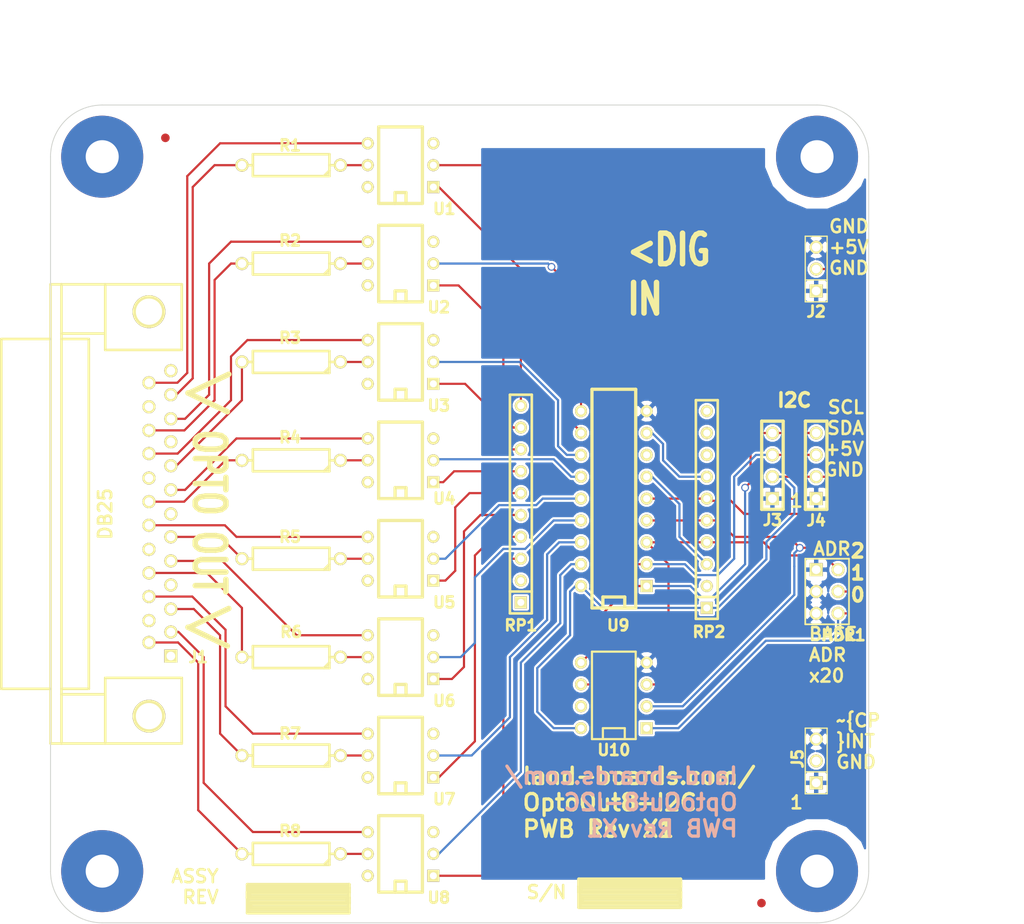
<source format=kicad_pcb>
(kicad_pcb (version 3) (host pcbnew "(2013-05-31 BZR 4019)-stable")

  (general
    (links 72)
    (no_connects 0)
    (area -13.471068 -11.849999 116.999999 95.63575)
    (thickness 1.6)
    (drawings 27)
    (tracks 254)
    (zones 0)
    (modules 34)
    (nets 50)
  )

  (page B)
  (title_block 
    (title "8-Channel Opto-Isolated Output I2C")
    (rev X1)
    (company land-boards.com)
  )

  (layers
    (15 F.Cu signal)
    (0 B.Cu signal)
    (20 B.SilkS user)
    (21 F.SilkS user)
    (22 B.Mask user)
    (23 F.Mask user)
    (26 Eco1.User user)
    (28 Edge.Cuts user)
  )

  (setup
    (last_trace_width 0.254)
    (trace_clearance 0.254)
    (zone_clearance 0.254)
    (zone_45_only no)
    (trace_min 0.254)
    (segment_width 0.2)
    (edge_width 0.1)
    (via_size 0.889)
    (via_drill 0.635)
    (via_min_size 0.889)
    (via_min_drill 0.508)
    (uvia_size 0.508)
    (uvia_drill 0.127)
    (uvias_allowed no)
    (uvia_min_size 0.508)
    (uvia_min_drill 0.127)
    (pcb_text_width 0.3)
    (pcb_text_size 1.5 1.5)
    (mod_edge_width 0.15)
    (mod_text_size 1.27 1.27)
    (mod_text_width 0.3175)
    (pad_size 1 1)
    (pad_drill 0)
    (pad_to_mask_clearance 0)
    (aux_axis_origin 0 0)
    (visible_elements 7FFFFFBF)
    (pcbplotparams
      (layerselection 284196865)
      (usegerberextensions true)
      (excludeedgelayer true)
      (linewidth 0.150000)
      (plotframeref false)
      (viasonmask false)
      (mode 1)
      (useauxorigin false)
      (hpglpennumber 1)
      (hpglpenspeed 20)
      (hpglpendiameter 15)
      (hpglpenoverlay 2)
      (psnegative false)
      (psa4output false)
      (plotreference true)
      (plotvalue true)
      (plotothertext true)
      (plotinvisibletext false)
      (padsonsilk false)
      (subtractmaskfromsilk false)
      (outputformat 1)
      (mirror false)
      (drillshape 0)
      (scaleselection 1)
      (outputdirectory plots/))
  )

  (net 0 "")
  (net 1 /A0)
  (net 2 /A1)
  (net 3 /A2)
  (net 4 /SCL)
  (net 5 /SDA)
  (net 6 /VCC)
  (net 7 GND)
  (net 8 N-000001)
  (net 9 N-0000010)
  (net 10 N-0000011)
  (net 11 N-0000012)
  (net 12 N-0000013)
  (net 13 N-0000014)
  (net 14 N-000002)
  (net 15 N-000003)
  (net 16 N-000004)
  (net 17 N-0000042)
  (net 18 N-0000043)
  (net 19 N-0000044)
  (net 20 N-0000045)
  (net 21 N-0000049)
  (net 22 N-000005)
  (net 23 N-0000050)
  (net 24 N-0000051)
  (net 25 N-0000052)
  (net 26 N-0000053)
  (net 27 N-0000054)
  (net 28 N-0000055)
  (net 29 N-0000056)
  (net 30 N-0000057)
  (net 31 N-0000058)
  (net 32 N-0000059)
  (net 33 N-000006)
  (net 34 N-0000060)
  (net 35 N-0000061)
  (net 36 N-0000062)
  (net 37 N-0000063)
  (net 38 N-0000064)
  (net 39 N-0000065)
  (net 40 N-0000066)
  (net 41 N-0000067)
  (net 42 N-0000068)
  (net 43 N-0000069)
  (net 44 N-000007)
  (net 45 N-0000070)
  (net 46 N-0000071)
  (net 47 N-0000072)
  (net 48 N-000008)
  (net 49 N-000009)

  (net_class Default "This is the default net class."
    (clearance 0.254)
    (trace_width 0.254)
    (via_dia 0.889)
    (via_drill 0.635)
    (uvia_dia 0.508)
    (uvia_drill 0.127)
    (add_net "")
    (add_net /A0)
    (add_net /A1)
    (add_net /A2)
    (add_net /SCL)
    (add_net /SDA)
    (add_net /VCC)
    (add_net GND)
    (add_net N-000001)
    (add_net N-0000010)
    (add_net N-0000011)
    (add_net N-0000012)
    (add_net N-0000013)
    (add_net N-0000014)
    (add_net N-000002)
    (add_net N-000003)
    (add_net N-000004)
    (add_net N-0000042)
    (add_net N-0000043)
    (add_net N-0000044)
    (add_net N-0000045)
    (add_net N-0000049)
    (add_net N-000005)
    (add_net N-0000050)
    (add_net N-0000051)
    (add_net N-0000052)
    (add_net N-0000053)
    (add_net N-0000054)
    (add_net N-0000055)
    (add_net N-0000056)
    (add_net N-0000057)
    (add_net N-0000058)
    (add_net N-0000059)
    (add_net N-000006)
    (add_net N-0000060)
    (add_net N-0000061)
    (add_net N-0000062)
    (add_net N-0000063)
    (add_net N-0000064)
    (add_net N-0000065)
    (add_net N-0000066)
    (add_net N-0000067)
    (add_net N-0000068)
    (add_net N-0000069)
    (add_net N-000007)
    (add_net N-0000070)
    (add_net N-0000071)
    (add_net N-0000072)
    (add_net N-000008)
    (add_net N-000009)
  )

  (module REV_BLOCK (layer F.Cu) (tedit 50F8397A) (tstamp 537DED74)
    (at 67.691 91.44 180)
    (path /537A64A5)
    (fp_text reference ST1 (at 0.508 3.429 180) (layer F.SilkS) hide
      (effects (font (size 1.27 1.27) (thickness 0.3175)))
    )
    (fp_text value CONN_1 (at 1.143 5.715 180) (layer F.SilkS) hide
      (effects (font (size 1.524 1.524) (thickness 0.3048)))
    )
    (fp_line (start -5.334 -1.27) (end 6.096 -1.27) (layer F.SilkS) (width 0.635))
    (fp_line (start 6.096 -1.27) (end 6.096 -0.635) (layer F.SilkS) (width 0.635))
    (fp_line (start 6.096 -0.635) (end -5.334 -0.635) (layer F.SilkS) (width 0.635))
    (fp_line (start -5.334 -0.635) (end -5.334 0) (layer F.SilkS) (width 0.635))
    (fp_line (start -5.334 0) (end 6.223 0) (layer F.SilkS) (width 0.635))
    (fp_line (start 6.223 0) (end 6.223 0.635) (layer F.SilkS) (width 0.635))
    (fp_line (start 6.223 0.635) (end -5.334 0.635) (layer F.SilkS) (width 0.635))
    (fp_line (start -5.334 0.635) (end -5.334 1.143) (layer F.SilkS) (width 0.635))
    (fp_line (start -5.334 1.143) (end 6.096 1.143) (layer F.SilkS) (width 0.635))
    (fp_line (start 6.35 -1.778) (end -5.461 -1.778) (layer F.SilkS) (width 0.381))
    (fp_line (start -5.461 -1.778) (end -5.461 1.524) (layer F.SilkS) (width 0.381))
    (fp_line (start -5.461 1.524) (end 6.35 1.524) (layer F.SilkS) (width 0.381))
    (fp_line (start 6.35 1.524) (end 6.35 -1.778) (layer F.SilkS) (width 0.381))
  )

  (module R4-5 (layer F.Cu) (tedit 53962019) (tstamp 537A5141)
    (at 27.94 6.985 180)
    (path /537A5AA0)
    (fp_text reference R1 (at 0.127 2.286 180) (layer F.SilkS)
      (effects (font (size 1.27 1.27) (thickness 0.3175)))
    )
    (fp_text value R (at 0 0 180) (layer F.SilkS) hide
      (effects (font (size 1.524 1.016) (thickness 0.3048)))
    )
    (fp_line (start -4.445 -1.27) (end -4.445 1.27) (layer F.SilkS) (width 0.3048))
    (fp_line (start -4.445 1.27) (end 4.445 1.27) (layer F.SilkS) (width 0.3048))
    (fp_line (start 4.445 1.27) (end 4.445 -1.27) (layer F.SilkS) (width 0.3048))
    (fp_line (start 4.445 -1.27) (end -4.445 -1.27) (layer F.SilkS) (width 0.3048))
    (fp_line (start -4.445 -0.635) (end -3.81 -1.27) (layer F.SilkS) (width 0.3048))
    (fp_line (start -4.445 0) (end -5.715 0) (layer F.SilkS) (width 0.3048))
    (fp_line (start 4.445 0) (end 5.715 0) (layer F.SilkS) (width 0.3048))
    (pad 1 thru_hole circle (at -5.715 0 180) (size 1.524 1.524) (drill 1.016)
      (layers *.Cu *.Mask F.SilkS)
      (net 42 N-0000068)
    )
    (pad 2 thru_hole circle (at 5.715 0 180) (size 1.524 1.524) (drill 1.016)
      (layers *.Cu *.Mask F.SilkS)
      (net 24 N-0000051)
    )
    (model discret/resistor.wrl
      (at (xyz 0 0 0))
      (scale (xyz 0.45 0.45 0.45))
      (rotate (xyz 0 0 0))
    )
  )

  (module R4-5 (layer F.Cu) (tedit 5396201C) (tstamp 537A514E)
    (at 27.94 18.415 180)
    (path /537A5A97)
    (fp_text reference R2 (at 0.127 2.667 180) (layer F.SilkS)
      (effects (font (size 1.27 1.27) (thickness 0.3175)))
    )
    (fp_text value R (at 0 0 180) (layer F.SilkS) hide
      (effects (font (size 1.524 1.016) (thickness 0.3048)))
    )
    (fp_line (start -4.445 -1.27) (end -4.445 1.27) (layer F.SilkS) (width 0.3048))
    (fp_line (start -4.445 1.27) (end 4.445 1.27) (layer F.SilkS) (width 0.3048))
    (fp_line (start 4.445 1.27) (end 4.445 -1.27) (layer F.SilkS) (width 0.3048))
    (fp_line (start 4.445 -1.27) (end -4.445 -1.27) (layer F.SilkS) (width 0.3048))
    (fp_line (start -4.445 -0.635) (end -3.81 -1.27) (layer F.SilkS) (width 0.3048))
    (fp_line (start -4.445 0) (end -5.715 0) (layer F.SilkS) (width 0.3048))
    (fp_line (start 4.445 0) (end 5.715 0) (layer F.SilkS) (width 0.3048))
    (pad 1 thru_hole circle (at -5.715 0 180) (size 1.524 1.524) (drill 1.016)
      (layers *.Cu *.Mask F.SilkS)
      (net 45 N-0000070)
    )
    (pad 2 thru_hole circle (at 5.715 0 180) (size 1.524 1.524) (drill 1.016)
      (layers *.Cu *.Mask F.SilkS)
      (net 23 N-0000050)
    )
    (model discret/resistor.wrl
      (at (xyz 0 0 0))
      (scale (xyz 0.45 0.45 0.45))
      (rotate (xyz 0 0 0))
    )
  )

  (module R4-5 (layer F.Cu) (tedit 5396201F) (tstamp 537A515B)
    (at 27.94 29.845 180)
    (path /537A574F)
    (fp_text reference R3 (at 0.127 2.794 180) (layer F.SilkS)
      (effects (font (size 1.27 1.27) (thickness 0.3175)))
    )
    (fp_text value R (at 0 0 180) (layer F.SilkS) hide
      (effects (font (size 1.524 1.016) (thickness 0.3048)))
    )
    (fp_line (start -4.445 -1.27) (end -4.445 1.27) (layer F.SilkS) (width 0.3048))
    (fp_line (start -4.445 1.27) (end 4.445 1.27) (layer F.SilkS) (width 0.3048))
    (fp_line (start 4.445 1.27) (end 4.445 -1.27) (layer F.SilkS) (width 0.3048))
    (fp_line (start 4.445 -1.27) (end -4.445 -1.27) (layer F.SilkS) (width 0.3048))
    (fp_line (start -4.445 -0.635) (end -3.81 -1.27) (layer F.SilkS) (width 0.3048))
    (fp_line (start -4.445 0) (end -5.715 0) (layer F.SilkS) (width 0.3048))
    (fp_line (start 4.445 0) (end 5.715 0) (layer F.SilkS) (width 0.3048))
    (pad 1 thru_hole circle (at -5.715 0 180) (size 1.524 1.524) (drill 1.016)
      (layers *.Cu *.Mask F.SilkS)
      (net 46 N-0000071)
    )
    (pad 2 thru_hole circle (at 5.715 0 180) (size 1.524 1.524) (drill 1.016)
      (layers *.Cu *.Mask F.SilkS)
      (net 27 N-0000054)
    )
    (model discret/resistor.wrl
      (at (xyz 0 0 0))
      (scale (xyz 0.45 0.45 0.45))
      (rotate (xyz 0 0 0))
    )
  )

  (module R4-5 (layer F.Cu) (tedit 53962022) (tstamp 537A5168)
    (at 27.94 41.275 180)
    (path /537A5669)
    (fp_text reference R4 (at 0.127 2.667 180) (layer F.SilkS)
      (effects (font (size 1.27 1.27) (thickness 0.3175)))
    )
    (fp_text value R (at 0 0 180) (layer F.SilkS) hide
      (effects (font (size 1.524 1.016) (thickness 0.3048)))
    )
    (fp_line (start -4.445 -1.27) (end -4.445 1.27) (layer F.SilkS) (width 0.3048))
    (fp_line (start -4.445 1.27) (end 4.445 1.27) (layer F.SilkS) (width 0.3048))
    (fp_line (start 4.445 1.27) (end 4.445 -1.27) (layer F.SilkS) (width 0.3048))
    (fp_line (start 4.445 -1.27) (end -4.445 -1.27) (layer F.SilkS) (width 0.3048))
    (fp_line (start -4.445 -0.635) (end -3.81 -1.27) (layer F.SilkS) (width 0.3048))
    (fp_line (start -4.445 0) (end -5.715 0) (layer F.SilkS) (width 0.3048))
    (fp_line (start 4.445 0) (end 5.715 0) (layer F.SilkS) (width 0.3048))
    (pad 1 thru_hole circle (at -5.715 0 180) (size 1.524 1.524) (drill 1.016)
      (layers *.Cu *.Mask F.SilkS)
      (net 47 N-0000072)
    )
    (pad 2 thru_hole circle (at 5.715 0 180) (size 1.524 1.524) (drill 1.016)
      (layers *.Cu *.Mask F.SilkS)
      (net 26 N-0000053)
    )
    (model discret/resistor.wrl
      (at (xyz 0 0 0))
      (scale (xyz 0.45 0.45 0.45))
      (rotate (xyz 0 0 0))
    )
  )

  (module R4-5 (layer F.Cu) (tedit 53962025) (tstamp 537A5175)
    (at 27.94 52.705 180)
    (path /537A54AD)
    (fp_text reference R5 (at 0.127 2.54 180) (layer F.SilkS)
      (effects (font (size 1.27 1.27) (thickness 0.3175)))
    )
    (fp_text value R (at 0 0 180) (layer F.SilkS) hide
      (effects (font (size 1.524 1.016) (thickness 0.3048)))
    )
    (fp_line (start -4.445 -1.27) (end -4.445 1.27) (layer F.SilkS) (width 0.3048))
    (fp_line (start -4.445 1.27) (end 4.445 1.27) (layer F.SilkS) (width 0.3048))
    (fp_line (start 4.445 1.27) (end 4.445 -1.27) (layer F.SilkS) (width 0.3048))
    (fp_line (start 4.445 -1.27) (end -4.445 -1.27) (layer F.SilkS) (width 0.3048))
    (fp_line (start -4.445 -0.635) (end -3.81 -1.27) (layer F.SilkS) (width 0.3048))
    (fp_line (start -4.445 0) (end -5.715 0) (layer F.SilkS) (width 0.3048))
    (fp_line (start 4.445 0) (end 5.715 0) (layer F.SilkS) (width 0.3048))
    (pad 1 thru_hole circle (at -5.715 0 180) (size 1.524 1.524) (drill 1.016)
      (layers *.Cu *.Mask F.SilkS)
      (net 34 N-0000060)
    )
    (pad 2 thru_hole circle (at 5.715 0 180) (size 1.524 1.524) (drill 1.016)
      (layers *.Cu *.Mask F.SilkS)
      (net 29 N-0000056)
    )
    (model discret/resistor.wrl
      (at (xyz 0 0 0))
      (scale (xyz 0.45 0.45 0.45))
      (rotate (xyz 0 0 0))
    )
  )

  (module R4-5 (layer F.Cu) (tedit 53962028) (tstamp 537A5182)
    (at 27.94 64.135 180)
    (path /537A5263)
    (fp_text reference R6 (at 0 2.921 180) (layer F.SilkS)
      (effects (font (size 1.27 1.27) (thickness 0.3175)))
    )
    (fp_text value R (at 0 0 180) (layer F.SilkS) hide
      (effects (font (size 1.524 1.016) (thickness 0.3048)))
    )
    (fp_line (start -4.445 -1.27) (end -4.445 1.27) (layer F.SilkS) (width 0.3048))
    (fp_line (start -4.445 1.27) (end 4.445 1.27) (layer F.SilkS) (width 0.3048))
    (fp_line (start 4.445 1.27) (end 4.445 -1.27) (layer F.SilkS) (width 0.3048))
    (fp_line (start 4.445 -1.27) (end -4.445 -1.27) (layer F.SilkS) (width 0.3048))
    (fp_line (start -4.445 -0.635) (end -3.81 -1.27) (layer F.SilkS) (width 0.3048))
    (fp_line (start -4.445 0) (end -5.715 0) (layer F.SilkS) (width 0.3048))
    (fp_line (start 4.445 0) (end 5.715 0) (layer F.SilkS) (width 0.3048))
    (pad 1 thru_hole circle (at -5.715 0 180) (size 1.524 1.524) (drill 1.016)
      (layers *.Cu *.Mask F.SilkS)
      (net 36 N-0000062)
    )
    (pad 2 thru_hole circle (at 5.715 0 180) (size 1.524 1.524) (drill 1.016)
      (layers *.Cu *.Mask F.SilkS)
      (net 31 N-0000058)
    )
    (model discret/resistor.wrl
      (at (xyz 0 0 0))
      (scale (xyz 0.45 0.45 0.45))
      (rotate (xyz 0 0 0))
    )
  )

  (module R4-5 (layer F.Cu) (tedit 5396202F) (tstamp 537A518F)
    (at 27.94 86.995 180)
    (path /537A5195)
    (fp_text reference R8 (at 0.127 2.667 180) (layer F.SilkS)
      (effects (font (size 1.27 1.27) (thickness 0.3175)))
    )
    (fp_text value R (at 0 0 180) (layer F.SilkS) hide
      (effects (font (size 1.524 1.016) (thickness 0.3048)))
    )
    (fp_line (start -4.445 -1.27) (end -4.445 1.27) (layer F.SilkS) (width 0.3048))
    (fp_line (start -4.445 1.27) (end 4.445 1.27) (layer F.SilkS) (width 0.3048))
    (fp_line (start 4.445 1.27) (end 4.445 -1.27) (layer F.SilkS) (width 0.3048))
    (fp_line (start 4.445 -1.27) (end -4.445 -1.27) (layer F.SilkS) (width 0.3048))
    (fp_line (start -4.445 -0.635) (end -3.81 -1.27) (layer F.SilkS) (width 0.3048))
    (fp_line (start -4.445 0) (end -5.715 0) (layer F.SilkS) (width 0.3048))
    (fp_line (start 4.445 0) (end 5.715 0) (layer F.SilkS) (width 0.3048))
    (pad 1 thru_hole circle (at -5.715 0 180) (size 1.524 1.524) (drill 1.016)
      (layers *.Cu *.Mask F.SilkS)
      (net 40 N-0000066)
    )
    (pad 2 thru_hole circle (at 5.715 0 180) (size 1.524 1.524) (drill 1.016)
      (layers *.Cu *.Mask F.SilkS)
      (net 30 N-0000057)
    )
    (model discret/resistor.wrl
      (at (xyz 0 0 0))
      (scale (xyz 0.45 0.45 0.45))
      (rotate (xyz 0 0 0))
    )
  )

  (module R4-5 (layer F.Cu) (tedit 5396202A) (tstamp 537A519C)
    (at 27.94 75.565 180)
    (path /537A50C8)
    (fp_text reference R7 (at 0.127 2.54 180) (layer F.SilkS)
      (effects (font (size 1.27 1.27) (thickness 0.3175)))
    )
    (fp_text value R (at 0 0 180) (layer F.SilkS) hide
      (effects (font (size 1.524 1.016) (thickness 0.3048)))
    )
    (fp_line (start -4.445 -1.27) (end -4.445 1.27) (layer F.SilkS) (width 0.3048))
    (fp_line (start -4.445 1.27) (end 4.445 1.27) (layer F.SilkS) (width 0.3048))
    (fp_line (start 4.445 1.27) (end 4.445 -1.27) (layer F.SilkS) (width 0.3048))
    (fp_line (start 4.445 -1.27) (end -4.445 -1.27) (layer F.SilkS) (width 0.3048))
    (fp_line (start -4.445 -0.635) (end -3.81 -1.27) (layer F.SilkS) (width 0.3048))
    (fp_line (start -4.445 0) (end -5.715 0) (layer F.SilkS) (width 0.3048))
    (fp_line (start 4.445 0) (end 5.715 0) (layer F.SilkS) (width 0.3048))
    (pad 1 thru_hole circle (at -5.715 0 180) (size 1.524 1.524) (drill 1.016)
      (layers *.Cu *.Mask F.SilkS)
      (net 38 N-0000064)
    )
    (pad 2 thru_hole circle (at 5.715 0 180) (size 1.524 1.524) (drill 1.016)
      (layers *.Cu *.Mask F.SilkS)
      (net 32 N-0000059)
    )
    (model discret/resistor.wrl
      (at (xyz 0 0 0))
      (scale (xyz 0.45 0.45 0.45))
      (rotate (xyz 0 0 0))
    )
  )

  (module DIP-6__300 (layer F.Cu) (tedit 53908BB4) (tstamp 537A5208)
    (at 40.64 86.995 90)
    (descr "6 pins DIL package, round pads")
    (tags DIL)
    (path /537A4D39)
    (fp_text reference U8 (at -5.08 4.445 180) (layer F.SilkS)
      (effects (font (size 1.27 1.27) (thickness 0.3175)))
    )
    (fp_text value 4N26 (at 0 0 90) (layer F.SilkS) hide
      (effects (font (size 1.524 0.889) (thickness 0.2032)))
    )
    (fp_line (start -4.445 -2.54) (end 4.445 -2.54) (layer F.SilkS) (width 0.381))
    (fp_line (start 4.445 -2.54) (end 4.445 2.54) (layer F.SilkS) (width 0.381))
    (fp_line (start 4.445 2.54) (end -4.445 2.54) (layer F.SilkS) (width 0.381))
    (fp_line (start -4.445 2.54) (end -4.445 -2.54) (layer F.SilkS) (width 0.381))
    (fp_line (start -4.445 -0.635) (end -3.175 -0.635) (layer F.SilkS) (width 0.381))
    (fp_line (start -3.175 -0.635) (end -3.175 0.635) (layer F.SilkS) (width 0.381))
    (fp_line (start -3.175 0.635) (end -4.445 0.635) (layer F.SilkS) (width 0.381))
    (pad 1 thru_hole rect (at -2.54 3.81 90) (size 1.397 1.397) (drill 0.8128)
      (layers *.Cu *.Mask F.SilkS)
      (net 8 N-000001)
    )
    (pad 2 thru_hole circle (at 0 3.81 90) (size 1.397 1.397) (drill 0.8128)
      (layers *.Cu *.Mask F.SilkS)
      (net 14 N-000002)
    )
    (pad 3 thru_hole circle (at 2.54 3.81 90) (size 1.397 1.397) (drill 0.8128)
      (layers *.Cu *.Mask F.SilkS)
    )
    (pad 4 thru_hole circle (at 2.54 -3.81 90) (size 1.397 1.397) (drill 0.8128)
      (layers *.Cu *.Mask F.SilkS)
      (net 41 N-0000067)
    )
    (pad 5 thru_hole circle (at 0 -3.81 90) (size 1.397 1.397) (drill 0.8128)
      (layers *.Cu *.Mask F.SilkS)
      (net 40 N-0000066)
    )
    (pad 6 thru_hole circle (at -2.54 -3.81 90) (size 1.397 1.397) (drill 0.8128)
      (layers *.Cu *.Mask F.SilkS)
    )
    (model dil/dil_6.wrl
      (at (xyz 0 0 0))
      (scale (xyz 1 1 1))
      (rotate (xyz 0 0 0))
    )
  )

  (module DIP-6__300 (layer F.Cu) (tedit 53908B95) (tstamp 537A5219)
    (at 40.64 6.985 90)
    (descr "6 pins DIL package, round pads")
    (tags DIL)
    (path /537A4DAC)
    (fp_text reference U1 (at -5.08 5.08 180) (layer F.SilkS)
      (effects (font (size 1.27 1.27) (thickness 0.3175)))
    )
    (fp_text value 4N26 (at 0 0 90) (layer F.SilkS) hide
      (effects (font (size 1.524 0.889) (thickness 0.2032)))
    )
    (fp_line (start -4.445 -2.54) (end 4.445 -2.54) (layer F.SilkS) (width 0.381))
    (fp_line (start 4.445 -2.54) (end 4.445 2.54) (layer F.SilkS) (width 0.381))
    (fp_line (start 4.445 2.54) (end -4.445 2.54) (layer F.SilkS) (width 0.381))
    (fp_line (start -4.445 2.54) (end -4.445 -2.54) (layer F.SilkS) (width 0.381))
    (fp_line (start -4.445 -0.635) (end -3.175 -0.635) (layer F.SilkS) (width 0.381))
    (fp_line (start -3.175 -0.635) (end -3.175 0.635) (layer F.SilkS) (width 0.381))
    (fp_line (start -3.175 0.635) (end -4.445 0.635) (layer F.SilkS) (width 0.381))
    (pad 1 thru_hole rect (at -2.54 3.81 90) (size 1.397 1.397) (drill 0.8128)
      (layers *.Cu *.Mask F.SilkS)
      (net 49 N-000009)
    )
    (pad 2 thru_hole circle (at 0 3.81 90) (size 1.397 1.397) (drill 0.8128)
      (layers *.Cu *.Mask F.SilkS)
      (net 17 N-0000042)
    )
    (pad 3 thru_hole circle (at 2.54 3.81 90) (size 1.397 1.397) (drill 0.8128)
      (layers *.Cu *.Mask F.SilkS)
    )
    (pad 4 thru_hole circle (at 2.54 -3.81 90) (size 1.397 1.397) (drill 0.8128)
      (layers *.Cu *.Mask F.SilkS)
      (net 43 N-0000069)
    )
    (pad 5 thru_hole circle (at 0 -3.81 90) (size 1.397 1.397) (drill 0.8128)
      (layers *.Cu *.Mask F.SilkS)
      (net 42 N-0000068)
    )
    (pad 6 thru_hole circle (at -2.54 -3.81 90) (size 1.397 1.397) (drill 0.8128)
      (layers *.Cu *.Mask F.SilkS)
    )
    (model dil/dil_6.wrl
      (at (xyz 0 0 0))
      (scale (xyz 1 1 1))
      (rotate (xyz 0 0 0))
    )
  )

  (module DIP-6__300 (layer F.Cu) (tedit 53908B9A) (tstamp 537A522A)
    (at 40.64 18.415 90)
    (descr "6 pins DIL package, round pads")
    (tags DIL)
    (path /537A4D9D)
    (fp_text reference U2 (at -5.08 4.445 180) (layer F.SilkS)
      (effects (font (size 1.27 1.27) (thickness 0.3175)))
    )
    (fp_text value 4N26 (at 0 0 90) (layer F.SilkS) hide
      (effects (font (size 1.524 0.889) (thickness 0.2032)))
    )
    (fp_line (start -4.445 -2.54) (end 4.445 -2.54) (layer F.SilkS) (width 0.381))
    (fp_line (start 4.445 -2.54) (end 4.445 2.54) (layer F.SilkS) (width 0.381))
    (fp_line (start 4.445 2.54) (end -4.445 2.54) (layer F.SilkS) (width 0.381))
    (fp_line (start -4.445 2.54) (end -4.445 -2.54) (layer F.SilkS) (width 0.381))
    (fp_line (start -4.445 -0.635) (end -3.175 -0.635) (layer F.SilkS) (width 0.381))
    (fp_line (start -3.175 -0.635) (end -3.175 0.635) (layer F.SilkS) (width 0.381))
    (fp_line (start -3.175 0.635) (end -4.445 0.635) (layer F.SilkS) (width 0.381))
    (pad 1 thru_hole rect (at -2.54 3.81 90) (size 1.397 1.397) (drill 0.8128)
      (layers *.Cu *.Mask F.SilkS)
      (net 22 N-000005)
    )
    (pad 2 thru_hole circle (at 0 3.81 90) (size 1.397 1.397) (drill 0.8128)
      (layers *.Cu *.Mask F.SilkS)
      (net 18 N-0000043)
    )
    (pad 3 thru_hole circle (at 2.54 3.81 90) (size 1.397 1.397) (drill 0.8128)
      (layers *.Cu *.Mask F.SilkS)
    )
    (pad 4 thru_hole circle (at 2.54 -3.81 90) (size 1.397 1.397) (drill 0.8128)
      (layers *.Cu *.Mask F.SilkS)
      (net 25 N-0000052)
    )
    (pad 5 thru_hole circle (at 0 -3.81 90) (size 1.397 1.397) (drill 0.8128)
      (layers *.Cu *.Mask F.SilkS)
      (net 45 N-0000070)
    )
    (pad 6 thru_hole circle (at -2.54 -3.81 90) (size 1.397 1.397) (drill 0.8128)
      (layers *.Cu *.Mask F.SilkS)
    )
    (model dil/dil_6.wrl
      (at (xyz 0 0 0))
      (scale (xyz 1 1 1))
      (rotate (xyz 0 0 0))
    )
  )

  (module DIP-6__300 (layer F.Cu) (tedit 53908B9F) (tstamp 537A523B)
    (at 40.64 29.845 90)
    (descr "6 pins DIL package, round pads")
    (tags DIL)
    (path /537A4D8E)
    (fp_text reference U3 (at -5.08 4.445 180) (layer F.SilkS)
      (effects (font (size 1.27 1.27) (thickness 0.3175)))
    )
    (fp_text value 4N26 (at 0 0 90) (layer F.SilkS) hide
      (effects (font (size 1.524 0.889) (thickness 0.2032)))
    )
    (fp_line (start -4.445 -2.54) (end 4.445 -2.54) (layer F.SilkS) (width 0.381))
    (fp_line (start 4.445 -2.54) (end 4.445 2.54) (layer F.SilkS) (width 0.381))
    (fp_line (start 4.445 2.54) (end -4.445 2.54) (layer F.SilkS) (width 0.381))
    (fp_line (start -4.445 2.54) (end -4.445 -2.54) (layer F.SilkS) (width 0.381))
    (fp_line (start -4.445 -0.635) (end -3.175 -0.635) (layer F.SilkS) (width 0.381))
    (fp_line (start -3.175 -0.635) (end -3.175 0.635) (layer F.SilkS) (width 0.381))
    (fp_line (start -3.175 0.635) (end -4.445 0.635) (layer F.SilkS) (width 0.381))
    (pad 1 thru_hole rect (at -2.54 3.81 90) (size 1.397 1.397) (drill 0.8128)
      (layers *.Cu *.Mask F.SilkS)
      (net 9 N-0000010)
    )
    (pad 2 thru_hole circle (at 0 3.81 90) (size 1.397 1.397) (drill 0.8128)
      (layers *.Cu *.Mask F.SilkS)
      (net 19 N-0000044)
    )
    (pad 3 thru_hole circle (at 2.54 3.81 90) (size 1.397 1.397) (drill 0.8128)
      (layers *.Cu *.Mask F.SilkS)
    )
    (pad 4 thru_hole circle (at 2.54 -3.81 90) (size 1.397 1.397) (drill 0.8128)
      (layers *.Cu *.Mask F.SilkS)
      (net 21 N-0000049)
    )
    (pad 5 thru_hole circle (at 0 -3.81 90) (size 1.397 1.397) (drill 0.8128)
      (layers *.Cu *.Mask F.SilkS)
      (net 46 N-0000071)
    )
    (pad 6 thru_hole circle (at -2.54 -3.81 90) (size 1.397 1.397) (drill 0.8128)
      (layers *.Cu *.Mask F.SilkS)
    )
    (model dil/dil_6.wrl
      (at (xyz 0 0 0))
      (scale (xyz 1 1 1))
      (rotate (xyz 0 0 0))
    )
  )

  (module DIP-6__300 (layer F.Cu) (tedit 53908BA3) (tstamp 537A524C)
    (at 40.64 41.275 90)
    (descr "6 pins DIL package, round pads")
    (tags DIL)
    (path /537A4D75)
    (fp_text reference U4 (at -4.445 5.08 180) (layer F.SilkS)
      (effects (font (size 1.27 1.27) (thickness 0.3175)))
    )
    (fp_text value 4N26 (at 0 0 90) (layer F.SilkS) hide
      (effects (font (size 1.524 0.889) (thickness 0.2032)))
    )
    (fp_line (start -4.445 -2.54) (end 4.445 -2.54) (layer F.SilkS) (width 0.381))
    (fp_line (start 4.445 -2.54) (end 4.445 2.54) (layer F.SilkS) (width 0.381))
    (fp_line (start 4.445 2.54) (end -4.445 2.54) (layer F.SilkS) (width 0.381))
    (fp_line (start -4.445 2.54) (end -4.445 -2.54) (layer F.SilkS) (width 0.381))
    (fp_line (start -4.445 -0.635) (end -3.175 -0.635) (layer F.SilkS) (width 0.381))
    (fp_line (start -3.175 -0.635) (end -3.175 0.635) (layer F.SilkS) (width 0.381))
    (fp_line (start -3.175 0.635) (end -4.445 0.635) (layer F.SilkS) (width 0.381))
    (pad 1 thru_hole rect (at -2.54 3.81 90) (size 1.397 1.397) (drill 0.8128)
      (layers *.Cu *.Mask F.SilkS)
      (net 10 N-0000011)
    )
    (pad 2 thru_hole circle (at 0 3.81 90) (size 1.397 1.397) (drill 0.8128)
      (layers *.Cu *.Mask F.SilkS)
      (net 20 N-0000045)
    )
    (pad 3 thru_hole circle (at 2.54 3.81 90) (size 1.397 1.397) (drill 0.8128)
      (layers *.Cu *.Mask F.SilkS)
    )
    (pad 4 thru_hole circle (at 2.54 -3.81 90) (size 1.397 1.397) (drill 0.8128)
      (layers *.Cu *.Mask F.SilkS)
      (net 28 N-0000055)
    )
    (pad 5 thru_hole circle (at 0 -3.81 90) (size 1.397 1.397) (drill 0.8128)
      (layers *.Cu *.Mask F.SilkS)
      (net 47 N-0000072)
    )
    (pad 6 thru_hole circle (at -2.54 -3.81 90) (size 1.397 1.397) (drill 0.8128)
      (layers *.Cu *.Mask F.SilkS)
    )
    (model dil/dil_6.wrl
      (at (xyz 0 0 0))
      (scale (xyz 1 1 1))
      (rotate (xyz 0 0 0))
    )
  )

  (module DIP-6__300 (layer F.Cu) (tedit 53908BA6) (tstamp 537A525D)
    (at 40.64 52.705 90)
    (descr "6 pins DIL package, round pads")
    (tags DIL)
    (path /537A4D66)
    (fp_text reference U5 (at -5.08 5.08 180) (layer F.SilkS)
      (effects (font (size 1.27 1.27) (thickness 0.3175)))
    )
    (fp_text value 4N26 (at 0 0 90) (layer F.SilkS) hide
      (effects (font (size 1.524 0.889) (thickness 0.2032)))
    )
    (fp_line (start -4.445 -2.54) (end 4.445 -2.54) (layer F.SilkS) (width 0.381))
    (fp_line (start 4.445 -2.54) (end 4.445 2.54) (layer F.SilkS) (width 0.381))
    (fp_line (start 4.445 2.54) (end -4.445 2.54) (layer F.SilkS) (width 0.381))
    (fp_line (start -4.445 2.54) (end -4.445 -2.54) (layer F.SilkS) (width 0.381))
    (fp_line (start -4.445 -0.635) (end -3.175 -0.635) (layer F.SilkS) (width 0.381))
    (fp_line (start -3.175 -0.635) (end -3.175 0.635) (layer F.SilkS) (width 0.381))
    (fp_line (start -3.175 0.635) (end -4.445 0.635) (layer F.SilkS) (width 0.381))
    (pad 1 thru_hole rect (at -2.54 3.81 90) (size 1.397 1.397) (drill 0.8128)
      (layers *.Cu *.Mask F.SilkS)
      (net 11 N-0000012)
    )
    (pad 2 thru_hole circle (at 0 3.81 90) (size 1.397 1.397) (drill 0.8128)
      (layers *.Cu *.Mask F.SilkS)
      (net 33 N-000006)
    )
    (pad 3 thru_hole circle (at 2.54 3.81 90) (size 1.397 1.397) (drill 0.8128)
      (layers *.Cu *.Mask F.SilkS)
    )
    (pad 4 thru_hole circle (at 2.54 -3.81 90) (size 1.397 1.397) (drill 0.8128)
      (layers *.Cu *.Mask F.SilkS)
      (net 35 N-0000061)
    )
    (pad 5 thru_hole circle (at 0 -3.81 90) (size 1.397 1.397) (drill 0.8128)
      (layers *.Cu *.Mask F.SilkS)
      (net 34 N-0000060)
    )
    (pad 6 thru_hole circle (at -2.54 -3.81 90) (size 1.397 1.397) (drill 0.8128)
      (layers *.Cu *.Mask F.SilkS)
    )
    (model dil/dil_6.wrl
      (at (xyz 0 0 0))
      (scale (xyz 1 1 1))
      (rotate (xyz 0 0 0))
    )
  )

  (module DIP-6__300 (layer F.Cu) (tedit 53908BAB) (tstamp 537A526E)
    (at 40.64 64.135 90)
    (descr "6 pins DIL package, round pads")
    (tags DIL)
    (path /537A4D57)
    (fp_text reference U6 (at -5.08 5.08 180) (layer F.SilkS)
      (effects (font (size 1.27 1.27) (thickness 0.3175)))
    )
    (fp_text value 4N26 (at -0.41 0.16 90) (layer F.SilkS) hide
      (effects (font (size 1.524 0.889) (thickness 0.2032)))
    )
    (fp_line (start -4.445 -2.54) (end 4.445 -2.54) (layer F.SilkS) (width 0.381))
    (fp_line (start 4.445 -2.54) (end 4.445 2.54) (layer F.SilkS) (width 0.381))
    (fp_line (start 4.445 2.54) (end -4.445 2.54) (layer F.SilkS) (width 0.381))
    (fp_line (start -4.445 2.54) (end -4.445 -2.54) (layer F.SilkS) (width 0.381))
    (fp_line (start -4.445 -0.635) (end -3.175 -0.635) (layer F.SilkS) (width 0.381))
    (fp_line (start -3.175 -0.635) (end -3.175 0.635) (layer F.SilkS) (width 0.381))
    (fp_line (start -3.175 0.635) (end -4.445 0.635) (layer F.SilkS) (width 0.381))
    (pad 1 thru_hole rect (at -2.54 3.81 90) (size 1.397 1.397) (drill 0.8128)
      (layers *.Cu *.Mask F.SilkS)
      (net 12 N-0000013)
    )
    (pad 2 thru_hole circle (at 0 3.81 90) (size 1.397 1.397) (drill 0.8128)
      (layers *.Cu *.Mask F.SilkS)
      (net 44 N-000007)
    )
    (pad 3 thru_hole circle (at 2.54 3.81 90) (size 1.397 1.397) (drill 0.8128)
      (layers *.Cu *.Mask F.SilkS)
    )
    (pad 4 thru_hole circle (at 2.54 -3.81 90) (size 1.397 1.397) (drill 0.8128)
      (layers *.Cu *.Mask F.SilkS)
      (net 37 N-0000063)
    )
    (pad 5 thru_hole circle (at 0 -3.81 90) (size 1.397 1.397) (drill 0.8128)
      (layers *.Cu *.Mask F.SilkS)
      (net 36 N-0000062)
    )
    (pad 6 thru_hole circle (at -2.54 -3.81 90) (size 1.397 1.397) (drill 0.8128)
      (layers *.Cu *.Mask F.SilkS)
    )
    (model dil/dil_6.wrl
      (at (xyz 0 0 0))
      (scale (xyz 1 1 1))
      (rotate (xyz 0 0 0))
    )
  )

  (module DIP-6__300 (layer F.Cu) (tedit 53908BB0) (tstamp 537A527F)
    (at 40.64 75.565 90)
    (descr "6 pins DIL package, round pads")
    (tags DIL)
    (path /537A4D48)
    (fp_text reference U7 (at -5.08 5.08 180) (layer F.SilkS)
      (effects (font (size 1.27 1.27) (thickness 0.3175)))
    )
    (fp_text value 4N26 (at 0 0 90) (layer F.SilkS) hide
      (effects (font (size 1.524 0.889) (thickness 0.2032)))
    )
    (fp_line (start -4.445 -2.54) (end 4.445 -2.54) (layer F.SilkS) (width 0.381))
    (fp_line (start 4.445 -2.54) (end 4.445 2.54) (layer F.SilkS) (width 0.381))
    (fp_line (start 4.445 2.54) (end -4.445 2.54) (layer F.SilkS) (width 0.381))
    (fp_line (start -4.445 2.54) (end -4.445 -2.54) (layer F.SilkS) (width 0.381))
    (fp_line (start -4.445 -0.635) (end -3.175 -0.635) (layer F.SilkS) (width 0.381))
    (fp_line (start -3.175 -0.635) (end -3.175 0.635) (layer F.SilkS) (width 0.381))
    (fp_line (start -3.175 0.635) (end -4.445 0.635) (layer F.SilkS) (width 0.381))
    (pad 1 thru_hole rect (at -2.54 3.81 90) (size 1.397 1.397) (drill 0.8128)
      (layers *.Cu *.Mask F.SilkS)
      (net 13 N-0000014)
    )
    (pad 2 thru_hole circle (at 0 3.81 90) (size 1.397 1.397) (drill 0.8128)
      (layers *.Cu *.Mask F.SilkS)
      (net 48 N-000008)
    )
    (pad 3 thru_hole circle (at 2.54 3.81 90) (size 1.397 1.397) (drill 0.8128)
      (layers *.Cu *.Mask F.SilkS)
    )
    (pad 4 thru_hole circle (at 2.54 -3.81 90) (size 1.397 1.397) (drill 0.8128)
      (layers *.Cu *.Mask F.SilkS)
      (net 39 N-0000065)
    )
    (pad 5 thru_hole circle (at 0 -3.81 90) (size 1.397 1.397) (drill 0.8128)
      (layers *.Cu *.Mask F.SilkS)
      (net 38 N-0000064)
    )
    (pad 6 thru_hole circle (at -2.54 -3.81 90) (size 1.397 1.397) (drill 0.8128)
      (layers *.Cu *.Mask F.SilkS)
    )
    (model dil/dil_6.wrl
      (at (xyz 0 0 0))
      (scale (xyz 1 1 1))
      (rotate (xyz 0 0 0))
    )
  )

  (module MTG-6-32   locked (layer F.Cu) (tedit 50F820A8) (tstamp 537A5BDA)
    (at 6 6 180)
    (path /537A5C77)
    (fp_text reference MTG4 (at 0 -5.588 180) (layer F.SilkS) hide
      (effects (font (size 1.27 1.27) (thickness 0.3175)))
    )
    (fp_text value MTG_HOLE (at 0.254 5.842 180) (layer F.SilkS) hide
      (effects (font (size 1.524 1.524) (thickness 0.3048)))
    )
    (pad 1 thru_hole circle (at 0 0 180) (size 9.525 9.525) (drill 3.8354)
      (layers *.Cu *.Mask)
    )
  )

  (module MTG-6-32   locked (layer F.Cu) (tedit 537DEE3D) (tstamp 537A5BDF)
    (at 89 6 180)
    (path /537A5C86)
    (fp_text reference MTG3 (at 0 -5.588 180) (layer F.SilkS) hide
      (effects (font (size 1.27 1.27) (thickness 0.3175)))
    )
    (fp_text value MTG_HOLE (at 0.254 5.842 180) (layer F.SilkS) hide
      (effects (font (size 1.524 1.524) (thickness 0.3048)))
    )
    (pad 1 thru_hole circle (at 0 0 180) (size 9.525 9.525) (drill 3.8354)
      (layers *.Cu *.Mask)
      (clearance 1.27)
    )
  )

  (module MTG-6-32   locked (layer F.Cu) (tedit 50F820A8) (tstamp 537A5BE4)
    (at 6 89 180)
    (path /537A5C95)
    (fp_text reference MTG2 (at 0 -5.588 180) (layer F.SilkS) hide
      (effects (font (size 1.27 1.27) (thickness 0.3175)))
    )
    (fp_text value MTG_HOLE (at 0.254 5.842 180) (layer F.SilkS) hide
      (effects (font (size 1.524 1.524) (thickness 0.3048)))
    )
    (pad 1 thru_hole circle (at 0 0 180) (size 9.525 9.525) (drill 3.8354)
      (layers *.Cu *.Mask)
    )
  )

  (module MTG-6-32   locked (layer F.Cu) (tedit 537DEE28) (tstamp 537A5BE9)
    (at 89 89 180)
    (path /537A5CA4)
    (fp_text reference MTG1 (at 0 -5.588 180) (layer F.SilkS) hide
      (effects (font (size 1.27 1.27) (thickness 0.3175)))
    )
    (fp_text value MTG_HOLE (at 0.254 5.842 180) (layer F.SilkS) hide
      (effects (font (size 1.524 1.524) (thickness 0.3048)))
    )
    (pad 1 thru_hole circle (at 0 0 180) (size 9.525 9.525) (drill 3.8354)
      (layers *.Cu *.Mask)
      (clearance 1.27)
    )
  )

  (module FIDUCIAL (layer F.Cu) (tedit 518BF783) (tstamp 537A5EFD)
    (at 13.335 3.81 180)
    (path /537A5ED2)
    (fp_text reference FID2 (at 0 2.3495 180) (layer F.SilkS) hide
      (effects (font (size 1.27 1.27) (thickness 0.3175)))
    )
    (fp_text value ADAFRUIT_FIDUCIAL (at 0.127 -2.794 180) (layer F.SilkS) hide
      (effects (font (size 1.016 1.016) (thickness 0.2032)))
    )
    (pad 1 smd circle (at 0 0 180) (size 1 1)
      (layers F.Cu F.Mask)
      (solder_mask_margin 1)
      (clearance 1)
    )
  )

  (module FIDUCIAL (layer F.Cu) (tedit 53961F54) (tstamp 537A5F02)
    (at 80.01 91.44 180)
    (path /537A5EE1)
    (fp_text reference FID1 (at 0 2.3495 180) (layer F.SilkS) hide
      (effects (font (size 1.27 1.27) (thickness 0.3175)))
    )
    (fp_text value ADAFRUIT_FIDUCIAL (at 0.127 -2.794 180) (layer F.SilkS) hide
      (effects (font (size 1.016 1.016) (thickness 0.2032)))
    )
    (pad 1 smd circle (at -2.54 -1.27 180) (size 1 1)
      (layers F.Cu F.Mask)
      (solder_mask_margin 1)
      (clearance 1)
    )
  )

  (module REV_BLOCK (layer F.Cu) (tedit 539089E8) (tstamp 537A612F)
    (at 29.21 92.075 180)
    (path /539098AE)
    (fp_text reference ST2 (at 0.508 3.429 180) (layer F.SilkS) hide
      (effects (font (size 1.27 1.27) (thickness 0.3175)))
    )
    (fp_text value CONN_1 (at 1.143 5.715 180) (layer F.SilkS) hide
      (effects (font (size 1.524 1.524) (thickness 0.3048)))
    )
    (fp_line (start -5.334 -1.27) (end 6.096 -1.27) (layer F.SilkS) (width 0.635))
    (fp_line (start 6.096 -1.27) (end 6.096 -0.635) (layer F.SilkS) (width 0.635))
    (fp_line (start 6.096 -0.635) (end -5.334 -0.635) (layer F.SilkS) (width 0.635))
    (fp_line (start -5.334 -0.635) (end -5.334 0) (layer F.SilkS) (width 0.635))
    (fp_line (start -5.334 0) (end 6.223 0) (layer F.SilkS) (width 0.635))
    (fp_line (start 6.223 0) (end 6.223 0.635) (layer F.SilkS) (width 0.635))
    (fp_line (start 6.223 0.635) (end -5.334 0.635) (layer F.SilkS) (width 0.635))
    (fp_line (start -5.334 0.635) (end -5.334 1.143) (layer F.SilkS) (width 0.635))
    (fp_line (start -5.334 1.143) (end 6.096 1.143) (layer F.SilkS) (width 0.635))
    (fp_line (start 6.35 -1.778) (end -5.461 -1.778) (layer F.SilkS) (width 0.381))
    (fp_line (start -5.461 -1.778) (end -5.461 1.524) (layer F.SilkS) (width 0.381))
    (fp_line (start -5.461 1.524) (end 6.35 1.524) (layer F.SilkS) (width 0.381))
    (fp_line (start 6.35 1.524) (end 6.35 -1.778) (layer F.SilkS) (width 0.381))
  )

  (module pin_array_4x1 (layer F.Cu) (tedit 539616EE) (tstamp 537DE31F)
    (at 88.9 45.72)
    (descr "Double rangee de contacts 2 x 4 pins")
    (tags CONN)
    (path /537DE1FC)
    (fp_text reference J4 (at 0 2.54) (layer F.SilkS)
      (effects (font (size 1.27 1.27) (thickness 0.3175)))
    )
    (fp_text value CONN_4 (at 2.25044 -3.2512 90) (layer F.SilkS) hide
      (effects (font (size 1.016 1.016) (thickness 0.2032)))
    )
    (fp_line (start -1.24968 1.24968) (end -1.24968 -8.99922) (layer F.SilkS) (width 0.381))
    (fp_line (start -1.24968 -8.99922) (end 1.24968 -8.99922) (layer F.SilkS) (width 0.381))
    (fp_line (start -1.24968 1.24968) (end 1.24968 1.24968) (layer F.SilkS) (width 0.381))
    (fp_line (start 1.24968 1.24968) (end 1.24968 -8.99922) (layer F.SilkS) (width 0.381))
    (pad 1 thru_hole rect (at 0 0) (size 1.524 1.524) (drill 1.016)
      (layers *.Cu *.Mask F.SilkS)
      (net 7 GND)
    )
    (pad 2 thru_hole circle (at 0 -2.54) (size 1.524 1.524) (drill 1.016)
      (layers *.Cu *.Mask F.SilkS)
      (net 6 /VCC)
    )
    (pad 3 thru_hole circle (at 0 -5.08) (size 1.524 1.524) (drill 1.016)
      (layers *.Cu *.Mask F.SilkS)
      (net 5 /SDA)
    )
    (pad 4 thru_hole circle (at 0 -7.62) (size 1.524 1.524) (drill 1.016)
      (layers *.Cu *.Mask F.SilkS)
      (net 4 /SCL)
    )
    (model pin_array/pins_array_3x2.wrl
      (at (xyz 0 0 0))
      (scale (xyz 1 1 1))
      (rotate (xyz 0 0 0))
    )
  )

  (module pin_array_3x2 (layer F.Cu) (tedit 53961705) (tstamp 5396175A)
    (at 90.17 56.515 270)
    (descr "Double rangee de contacts 2 x 4 pins")
    (tags CONN)
    (path /537D0D0A)
    (fp_text reference HDR1 (at 5.08 -1.905 360) (layer F.SilkS)
      (effects (font (size 1.27 1.27) (thickness 0.3175)))
    )
    (fp_text value CONN_3X2 (at 0 3.81 270) (layer F.SilkS) hide
      (effects (font (size 1.016 1.016) (thickness 0.2032)))
    )
    (fp_line (start 3.81 2.54) (end -3.81 2.54) (layer F.SilkS) (width 0.2032))
    (fp_line (start -3.81 -2.54) (end 3.81 -2.54) (layer F.SilkS) (width 0.2032))
    (fp_line (start 3.81 -2.54) (end 3.81 2.54) (layer F.SilkS) (width 0.2032))
    (fp_line (start -3.81 2.54) (end -3.81 -2.54) (layer F.SilkS) (width 0.2032))
    (pad 1 thru_hole rect (at -2.54 1.27 270) (size 1.524 1.524) (drill 1.016)
      (layers *.Cu *.Mask F.SilkS)
      (net 7 GND)
    )
    (pad 2 thru_hole circle (at -2.54 -1.27 270) (size 1.524 1.524) (drill 1.016)
      (layers *.Cu *.Mask F.SilkS)
      (net 3 /A2)
    )
    (pad 3 thru_hole circle (at 0 1.27 270) (size 1.524 1.524) (drill 1.016)
      (layers *.Cu *.Mask F.SilkS)
      (net 7 GND)
    )
    (pad 4 thru_hole circle (at 0 -1.27 270) (size 1.524 1.524) (drill 1.016)
      (layers *.Cu *.Mask F.SilkS)
      (net 2 /A1)
    )
    (pad 5 thru_hole circle (at 2.54 1.27 270) (size 1.524 1.524) (drill 1.016)
      (layers *.Cu *.Mask F.SilkS)
      (net 7 GND)
    )
    (pad 6 thru_hole circle (at 2.54 -1.27 270) (size 1.524 1.524) (drill 1.016)
      (layers *.Cu *.Mask F.SilkS)
      (net 1 /A0)
    )
    (model pin_array/pins_array_3x2.wrl
      (at (xyz 0 0 0))
      (scale (xyz 1 1 1))
      (rotate (xyz 0 0 0))
    )
  )

  (module DIP-18__300 (layer F.Cu) (tedit 537DE875) (tstamp 537DE34A)
    (at 65.405 45.72 90)
    (descr "8 pins DIL package, round pads")
    (path /537D0CB8)
    (fp_text reference U9 (at -14.732 0.508 180) (layer F.SilkS)
      (effects (font (size 1.27 1.27) (thickness 0.3175)))
    )
    (fp_text value MCP23008P (at 5.08 1.27 90) (layer F.SilkS) hide
      (effects (font (size 1.778 1.143) (thickness 0.28575)))
    )
    (fp_line (start -12.7 -1.27) (end -11.43 -1.27) (layer F.SilkS) (width 0.381))
    (fp_line (start -11.43 -1.27) (end -11.43 1.27) (layer F.SilkS) (width 0.381))
    (fp_line (start -11.43 1.27) (end -12.7 1.27) (layer F.SilkS) (width 0.381))
    (fp_line (start -12.7 -2.54) (end 12.7 -2.54) (layer F.SilkS) (width 0.381))
    (fp_line (start 12.7 -2.54) (end 12.7 2.54) (layer F.SilkS) (width 0.381))
    (fp_line (start 12.7 2.54) (end -12.7 2.54) (layer F.SilkS) (width 0.381))
    (fp_line (start -12.7 2.54) (end -12.7 -2.54) (layer F.SilkS) (width 0.381))
    (pad 1 thru_hole rect (at -10.16 3.81 90) (size 1.397 1.397) (drill 0.8128)
      (layers *.Cu *.Mask F.SilkS)
      (net 4 /SCL)
    )
    (pad 2 thru_hole circle (at -7.62 3.81 90) (size 1.397 1.397) (drill 0.8128)
      (layers *.Cu *.Mask F.SilkS)
      (net 5 /SDA)
    )
    (pad 3 thru_hole circle (at -5.08 3.81 90) (size 1.397 1.397) (drill 0.8128)
      (layers *.Cu *.Mask F.SilkS)
      (net 3 /A2)
    )
    (pad 4 thru_hole circle (at -2.54 3.81 90) (size 1.397 1.397) (drill 0.8128)
      (layers *.Cu *.Mask F.SilkS)
      (net 2 /A1)
    )
    (pad 5 thru_hole circle (at 0 3.81 90) (size 1.397 1.397) (drill 0.8128)
      (layers *.Cu *.Mask F.SilkS)
      (net 1 /A0)
    )
    (pad 6 thru_hole circle (at 2.54 3.81 90) (size 1.397 1.397) (drill 0.8128)
      (layers *.Cu *.Mask F.SilkS)
      (net 16 N-000004)
    )
    (pad 7 thru_hole circle (at 5.08 3.81 90) (size 1.397 1.397) (drill 0.8128)
      (layers *.Cu *.Mask F.SilkS)
    )
    (pad 8 thru_hole circle (at 7.62 3.81 90) (size 1.397 1.397) (drill 0.8128)
      (layers *.Cu *.Mask F.SilkS)
      (net 15 N-000003)
    )
    (pad 9 thru_hole circle (at 10.16 3.81 90) (size 1.397 1.397) (drill 0.8128)
      (layers *.Cu *.Mask F.SilkS)
      (net 7 GND)
    )
    (pad 10 thru_hole circle (at 10.16 -3.81 90) (size 1.397 1.397) (drill 0.8128)
      (layers *.Cu *.Mask F.SilkS)
      (net 17 N-0000042)
    )
    (pad 11 thru_hole circle (at 7.62 -3.81 90) (size 1.397 1.397) (drill 0.8128)
      (layers *.Cu *.Mask F.SilkS)
      (net 18 N-0000043)
    )
    (pad 12 thru_hole circle (at 5.08 -3.81 90) (size 1.397 1.397) (drill 0.8128)
      (layers *.Cu *.Mask F.SilkS)
      (net 19 N-0000044)
    )
    (pad 13 thru_hole circle (at 2.54 -3.81 90) (size 1.397 1.397) (drill 0.8128)
      (layers *.Cu *.Mask F.SilkS)
      (net 20 N-0000045)
    )
    (pad 14 thru_hole circle (at 0 -3.81 90) (size 1.397 1.397) (drill 0.8128)
      (layers *.Cu *.Mask F.SilkS)
      (net 33 N-000006)
    )
    (pad 15 thru_hole circle (at -2.54 -3.81 90) (size 1.397 1.397) (drill 0.8128)
      (layers *.Cu *.Mask F.SilkS)
      (net 44 N-000007)
    )
    (pad 16 thru_hole circle (at -5.08 -3.81 90) (size 1.397 1.397) (drill 0.8128)
      (layers *.Cu *.Mask F.SilkS)
      (net 48 N-000008)
    )
    (pad 17 thru_hole circle (at -7.62 -3.81 90) (size 1.397 1.397) (drill 0.8128)
      (layers *.Cu *.Mask F.SilkS)
      (net 14 N-000002)
    )
    (pad 18 thru_hole circle (at -10.16 -3.81 90) (size 1.397 1.397) (drill 0.8128)
      (layers *.Cu *.Mask F.SilkS)
      (net 6 /VCC)
    )
    (model dil/dil_18.wrl
      (at (xyz 0 0 0))
      (scale (xyz 1 1 1))
      (rotate (xyz 0 0 0))
    )
  )

  (module DB25FC   locked (layer F.Cu) (tedit 539616AE) (tstamp 537A5292)
    (at 12.7 47.5 90)
    (descr "Connecteur DB25 femelle couche")
    (tags "CONN DB25")
    (path /537A4DF5)
    (fp_text reference J1 (at -16.635 4.445 180) (layer F.SilkS)
      (effects (font (size 1.27 1.27) (thickness 0.3175)))
    )
    (fp_text value DB25 (at 0 -6.35 90) (layer F.SilkS)
      (effects (font (size 1.524 1.524) (thickness 0.3048)))
    )
    (fp_line (start 26.67 -11.43) (end 26.67 2.54) (layer F.SilkS) (width 0.3048))
    (fp_line (start 19.05 -6.35) (end 19.05 2.54) (layer F.SilkS) (width 0.3048))
    (fp_line (start 20.955 -11.43) (end 20.955 -6.35) (layer F.SilkS) (width 0.3048))
    (fp_line (start -20.955 -11.43) (end -20.955 -6.35) (layer F.SilkS) (width 0.3048))
    (fp_line (start -19.05 -6.35) (end -19.05 2.54) (layer F.SilkS) (width 0.3048))
    (fp_line (start -26.67 2.54) (end -26.67 -11.43) (layer F.SilkS) (width 0.3048))
    (fp_line (start 26.67 -6.35) (end 19.05 -6.35) (layer F.SilkS) (width 0.3048))
    (fp_line (start -26.67 -6.35) (end -19.05 -6.35) (layer F.SilkS) (width 0.3048))
    (fp_line (start 20.32 -8.255) (end 20.32 -11.43) (layer F.SilkS) (width 0.3048))
    (fp_line (start -20.32 -8.255) (end -20.32 -11.43) (layer F.SilkS) (width 0.3048))
    (fp_line (start 20.32 -18.415) (end 20.32 -12.7) (layer F.SilkS) (width 0.3048))
    (fp_line (start -20.32 -18.415) (end -20.32 -12.7) (layer F.SilkS) (width 0.3048))
    (fp_line (start 26.67 -11.43) (end 26.67 -12.7) (layer F.SilkS) (width 0.3048))
    (fp_line (start 26.67 -12.7) (end -26.67 -12.7) (layer F.SilkS) (width 0.3048))
    (fp_line (start -26.67 -12.7) (end -26.67 -11.43) (layer F.SilkS) (width 0.3048))
    (fp_line (start -26.67 -11.43) (end 26.67 -11.43) (layer F.SilkS) (width 0.3048))
    (fp_line (start 19.05 2.54) (end 26.67 2.54) (layer F.SilkS) (width 0.3048))
    (fp_line (start -20.32 -8.255) (end 20.32 -8.255) (layer F.SilkS) (width 0.3048))
    (fp_line (start -20.32 -18.415) (end 20.32 -18.415) (layer F.SilkS) (width 0.3048))
    (fp_line (start -26.67 2.54) (end -19.05 2.54) (layer F.SilkS) (width 0.3048))
    (pad "" thru_hole circle (at 23.495 -1.27 90) (size 3.81 3.81) (drill 3.048)
      (layers *.Cu *.Mask F.SilkS)
    )
    (pad "" thru_hole circle (at -23.495 -1.27 90) (size 3.81 3.81) (drill 3.048)
      (layers *.Cu *.Mask F.SilkS)
    )
    (pad 1 thru_hole rect (at -16.51 1.27 90) (size 1.524 1.524) (drill 1.016)
      (layers *.Cu *.Mask F.SilkS)
    )
    (pad 2 thru_hole circle (at -13.716 1.27 90) (size 1.524 1.524) (drill 1.016)
      (layers *.Cu *.Mask F.SilkS)
      (net 41 N-0000067)
    )
    (pad 3 thru_hole circle (at -11.049 1.27 90) (size 1.524 1.524) (drill 1.016)
      (layers *.Cu *.Mask F.SilkS)
      (net 32 N-0000059)
    )
    (pad 4 thru_hole circle (at -8.255 1.27 90) (size 1.524 1.524) (drill 1.016)
      (layers *.Cu *.Mask F.SilkS)
    )
    (pad 5 thru_hole circle (at -5.461 1.27 90) (size 1.524 1.524) (drill 1.016)
      (layers *.Cu *.Mask F.SilkS)
      (net 37 N-0000063)
    )
    (pad 6 thru_hole circle (at -2.667 1.27 90) (size 1.524 1.524) (drill 1.016)
      (layers *.Cu *.Mask F.SilkS)
      (net 29 N-0000056)
    )
    (pad 7 thru_hole circle (at 0 1.27 90) (size 1.524 1.524) (drill 1.016)
      (layers *.Cu *.Mask F.SilkS)
    )
    (pad 8 thru_hole circle (at 2.794 1.27 90) (size 1.524 1.524) (drill 1.016)
      (layers *.Cu *.Mask F.SilkS)
      (net 28 N-0000055)
    )
    (pad 9 thru_hole circle (at 5.588 1.27 90) (size 1.524 1.524) (drill 1.016)
      (layers *.Cu *.Mask F.SilkS)
      (net 27 N-0000054)
    )
    (pad 10 thru_hole circle (at 8.382 1.27 90) (size 1.524 1.524) (drill 1.016)
      (layers *.Cu *.Mask F.SilkS)
    )
    (pad 11 thru_hole circle (at 11.049 1.27 90) (size 1.524 1.524) (drill 1.016)
      (layers *.Cu *.Mask F.SilkS)
      (net 25 N-0000052)
    )
    (pad 12 thru_hole circle (at 13.843 1.27 90) (size 1.524 1.524) (drill 1.016)
      (layers *.Cu *.Mask F.SilkS)
      (net 24 N-0000051)
    )
    (pad 13 thru_hole circle (at 16.637 1.27 90) (size 1.524 1.524) (drill 1.016)
      (layers *.Cu *.Mask F.SilkS)
    )
    (pad 14 thru_hole circle (at -14.9352 -1.27 90) (size 1.524 1.524) (drill 1.016)
      (layers *.Cu *.Mask F.SilkS)
      (net 30 N-0000057)
    )
    (pad 15 thru_hole circle (at -12.3952 -1.27 90) (size 1.524 1.524) (drill 1.016)
      (layers *.Cu *.Mask F.SilkS)
    )
    (pad 16 thru_hole circle (at -9.6012 -1.27 90) (size 1.524 1.524) (drill 1.016)
      (layers *.Cu *.Mask F.SilkS)
      (net 39 N-0000065)
    )
    (pad 17 thru_hole circle (at -6.858 -1.27 90) (size 1.524 1.524) (drill 1.016)
      (layers *.Cu *.Mask F.SilkS)
      (net 31 N-0000058)
    )
    (pad 18 thru_hole circle (at -4.1148 -1.27 90) (size 1.524 1.524) (drill 1.016)
      (layers *.Cu *.Mask F.SilkS)
    )
    (pad 19 thru_hole circle (at -1.3208 -1.27 90) (size 1.524 1.524) (drill 1.016)
      (layers *.Cu *.Mask F.SilkS)
      (net 35 N-0000061)
    )
    (pad 20 thru_hole circle (at 1.4224 -1.27 90) (size 1.524 1.524) (drill 1.016)
      (layers *.Cu *.Mask F.SilkS)
      (net 26 N-0000053)
    )
    (pad 21 thru_hole circle (at 4.1656 -1.27 90) (size 1.524 1.524) (drill 1.016)
      (layers *.Cu *.Mask F.SilkS)
    )
    (pad 22 thru_hole circle (at 7.0104 -1.27 90) (size 1.524 1.524) (drill 1.016)
      (layers *.Cu *.Mask F.SilkS)
      (net 21 N-0000049)
    )
    (pad 23 thru_hole circle (at 9.7028 -1.27 90) (size 1.524 1.524) (drill 1.016)
      (layers *.Cu *.Mask F.SilkS)
      (net 23 N-0000050)
    )
    (pad 24 thru_hole circle (at 12.446 -1.27 90) (size 1.524 1.524) (drill 1.016)
      (layers *.Cu *.Mask F.SilkS)
    )
    (pad 25 thru_hole circle (at 15.24 -1.27 90) (size 1.524 1.524) (drill 1.016)
      (layers *.Cu *.Mask F.SilkS)
      (net 43 N-0000069)
    )
    (model conn_DBxx/db25_female_pin90deg.wrl
      (at (xyz 0 0 0))
      (scale (xyz 1 1 1))
      (rotate (xyz 0 0 0))
    )
  )

  (module SIL-10 (layer F.Cu) (tedit 53908AAF) (tstamp 538F8A1D)
    (at 54.61 46.355 90)
    (descr "Connecteur 10 pins")
    (tags "CONN DEV")
    (path /538F892E)
    (fp_text reference RP1 (at -14.097 0 180) (layer F.SilkS)
      (effects (font (size 1.27 1.27) (thickness 0.3175)))
    )
    (fp_text value RR9 (at 6.35 -2.54 90) (layer F.SilkS) hide
      (effects (font (size 1.524 1.016) (thickness 0.254)))
    )
    (fp_line (start -12.7 1.27) (end -12.7 -1.27) (layer F.SilkS) (width 0.3048))
    (fp_line (start -12.7 -1.27) (end 12.7 -1.27) (layer F.SilkS) (width 0.3048))
    (fp_line (start 12.7 -1.27) (end 12.7 1.27) (layer F.SilkS) (width 0.3048))
    (fp_line (start 12.7 1.27) (end -12.7 1.27) (layer F.SilkS) (width 0.3048))
    (fp_line (start -10.16 1.27) (end -10.16 -1.27) (layer F.SilkS) (width 0.3048))
    (pad 1 thru_hole rect (at -11.43 0 90) (size 1.397 1.397) (drill 0.8128)
      (layers *.Cu *.Mask F.SilkS)
    )
    (pad 2 thru_hole circle (at -8.89 0 90) (size 1.397 1.397) (drill 0.8128)
      (layers *.Cu *.Mask F.SilkS)
    )
    (pad 3 thru_hole circle (at -6.35 0 90) (size 1.397 1.397) (drill 0.8128)
      (layers *.Cu *.Mask F.SilkS)
      (net 8 N-000001)
    )
    (pad 4 thru_hole circle (at -3.81 0 90) (size 1.397 1.397) (drill 0.8128)
      (layers *.Cu *.Mask F.SilkS)
      (net 13 N-0000014)
    )
    (pad 5 thru_hole circle (at -1.27 0 90) (size 1.397 1.397) (drill 0.8128)
      (layers *.Cu *.Mask F.SilkS)
      (net 12 N-0000013)
    )
    (pad 6 thru_hole circle (at 1.27 0 90) (size 1.397 1.397) (drill 0.8128)
      (layers *.Cu *.Mask F.SilkS)
      (net 11 N-0000012)
    )
    (pad 7 thru_hole circle (at 3.81 0 90) (size 1.397 1.397) (drill 0.8128)
      (layers *.Cu *.Mask F.SilkS)
      (net 10 N-0000011)
    )
    (pad 8 thru_hole circle (at 6.35 0 90) (size 1.397 1.397) (drill 0.8128)
      (layers *.Cu *.Mask F.SilkS)
      (net 9 N-0000010)
    )
    (pad 9 thru_hole circle (at 8.89 0 90) (size 1.397 1.397) (drill 0.8128)
      (layers *.Cu *.Mask F.SilkS)
      (net 22 N-000005)
    )
    (pad 10 thru_hole circle (at 11.43 0 90) (size 1.397 1.397) (drill 0.8128)
      (layers *.Cu *.Mask F.SilkS)
      (net 49 N-000009)
    )
  )

  (module SIL-10 (layer F.Cu) (tedit 53908AB3) (tstamp 538F8A30)
    (at 76.2 46.99 90)
    (descr "Connecteur 10 pins")
    (tags "CONN DEV")
    (path /538F8DD3)
    (fp_text reference RP2 (at -14.224 0.254 180) (layer F.SilkS)
      (effects (font (size 1.27 1.27) (thickness 0.3175)))
    )
    (fp_text value RR9 (at 6.35 -2.54 90) (layer F.SilkS) hide
      (effects (font (size 1.524 1.016) (thickness 0.254)))
    )
    (fp_line (start -12.7 1.27) (end -12.7 -1.27) (layer F.SilkS) (width 0.3048))
    (fp_line (start -12.7 -1.27) (end 12.7 -1.27) (layer F.SilkS) (width 0.3048))
    (fp_line (start 12.7 -1.27) (end 12.7 1.27) (layer F.SilkS) (width 0.3048))
    (fp_line (start 12.7 1.27) (end -12.7 1.27) (layer F.SilkS) (width 0.3048))
    (fp_line (start -10.16 1.27) (end -10.16 -1.27) (layer F.SilkS) (width 0.3048))
    (pad 1 thru_hole rect (at -11.43 0 90) (size 1.397 1.397) (drill 0.8128)
      (layers *.Cu *.Mask F.SilkS)
      (net 6 /VCC)
    )
    (pad 2 thru_hole circle (at -8.89 0 90) (size 1.397 1.397) (drill 0.8128)
      (layers *.Cu *.Mask F.SilkS)
    )
    (pad 3 thru_hole circle (at -6.35 0 90) (size 1.397 1.397) (drill 0.8128)
      (layers *.Cu *.Mask F.SilkS)
      (net 16 N-000004)
    )
    (pad 4 thru_hole circle (at -3.81 0 90) (size 1.397 1.397) (drill 0.8128)
      (layers *.Cu *.Mask F.SilkS)
      (net 3 /A2)
    )
    (pad 5 thru_hole circle (at -1.27 0 90) (size 1.397 1.397) (drill 0.8128)
      (layers *.Cu *.Mask F.SilkS)
      (net 2 /A1)
    )
    (pad 6 thru_hole circle (at 1.27 0 90) (size 1.397 1.397) (drill 0.8128)
      (layers *.Cu *.Mask F.SilkS)
      (net 1 /A0)
    )
    (pad 7 thru_hole circle (at 3.81 0 90) (size 1.397 1.397) (drill 0.8128)
      (layers *.Cu *.Mask F.SilkS)
      (net 15 N-000003)
    )
    (pad 8 thru_hole circle (at 6.35 0 90) (size 1.397 1.397) (drill 0.8128)
      (layers *.Cu *.Mask F.SilkS)
    )
    (pad 9 thru_hole circle (at 8.89 0 90) (size 1.397 1.397) (drill 0.8128)
      (layers *.Cu *.Mask F.SilkS)
    )
    (pad 10 thru_hole circle (at 11.43 0 90) (size 1.397 1.397) (drill 0.8128)
      (layers *.Cu *.Mask F.SilkS)
    )
  )

  (module pin_array_4x1 (layer F.Cu) (tedit 539616DF) (tstamp 538F8AA1)
    (at 83.82 45.72)
    (descr "Double rangee de contacts 2 x 4 pins")
    (tags CONN)
    (path /538F8B2D)
    (fp_text reference J3 (at 0 2.49936) (layer F.SilkS)
      (effects (font (size 1.27 1.27) (thickness 0.3175)))
    )
    (fp_text value CONN_4 (at 2.25044 -3.2512 90) (layer F.SilkS) hide
      (effects (font (size 1.016 1.016) (thickness 0.2032)))
    )
    (fp_line (start -1.24968 1.24968) (end -1.24968 -8.99922) (layer F.SilkS) (width 0.381))
    (fp_line (start -1.24968 -8.99922) (end 1.24968 -8.99922) (layer F.SilkS) (width 0.381))
    (fp_line (start -1.24968 1.24968) (end 1.24968 1.24968) (layer F.SilkS) (width 0.381))
    (fp_line (start 1.24968 1.24968) (end 1.24968 -8.99922) (layer F.SilkS) (width 0.381))
    (pad 1 thru_hole rect (at 0 0) (size 1.524 1.524) (drill 1.016)
      (layers *.Cu *.Mask F.SilkS)
      (net 7 GND)
    )
    (pad 2 thru_hole circle (at 0 -2.54) (size 1.524 1.524) (drill 1.016)
      (layers *.Cu *.Mask F.SilkS)
      (net 6 /VCC)
    )
    (pad 3 thru_hole circle (at 0 -5.08) (size 1.524 1.524) (drill 1.016)
      (layers *.Cu *.Mask F.SilkS)
      (net 5 /SDA)
    )
    (pad 4 thru_hole circle (at 0 -7.62) (size 1.524 1.524) (drill 1.016)
      (layers *.Cu *.Mask F.SilkS)
      (net 4 /SCL)
    )
    (model pin_array/pins_array_3x2.wrl
      (at (xyz 0 0 0))
      (scale (xyz 1 1 1))
      (rotate (xyz 0 0 0))
    )
  )

  (module PIN_ARRAY_3X1 (layer F.Cu) (tedit 539616CA) (tstamp 53908789)
    (at 88.9 19.05 90)
    (descr "Connecteur 3 pins")
    (tags "CONN DEV")
    (path /539086CF)
    (fp_text reference J2 (at -4.953 0 180) (layer F.SilkS)
      (effects (font (size 1.27 1.27) (thickness 0.3175)))
    )
    (fp_text value CONN_3 (at 0 -2.159 90) (layer F.SilkS) hide
      (effects (font (size 1.016 1.016) (thickness 0.1524)))
    )
    (fp_line (start -3.81 1.27) (end -3.81 -1.27) (layer F.SilkS) (width 0.1524))
    (fp_line (start -3.81 -1.27) (end 3.81 -1.27) (layer F.SilkS) (width 0.1524))
    (fp_line (start 3.81 -1.27) (end 3.81 1.27) (layer F.SilkS) (width 0.1524))
    (fp_line (start 3.81 1.27) (end -3.81 1.27) (layer F.SilkS) (width 0.1524))
    (fp_line (start -1.27 -1.27) (end -1.27 1.27) (layer F.SilkS) (width 0.1524))
    (pad 1 thru_hole rect (at -2.54 0 90) (size 1.524 1.524) (drill 1.016)
      (layers *.Cu *.Mask F.SilkS)
      (net 7 GND)
    )
    (pad 2 thru_hole circle (at 0 0 90) (size 1.524 1.524) (drill 1.016)
      (layers *.Cu *.Mask F.SilkS)
      (net 6 /VCC)
    )
    (pad 3 thru_hole circle (at 2.54 0 90) (size 1.524 1.524) (drill 1.016)
      (layers *.Cu *.Mask F.SilkS)
      (net 7 GND)
    )
    (model pin_array/pins_array_3x1.wrl
      (at (xyz 0 0 0))
      (scale (xyz 1 1 1))
      (rotate (xyz 0 0 0))
    )
  )

  (module PIN_ARRAY_3X1 (layer F.Cu) (tedit 53961725) (tstamp 53908795)
    (at 88.9 76.2 90)
    (descr "Connecteur 3 pins")
    (tags "CONN DEV")
    (path /539088A9)
    (fp_text reference J5 (at 0.254 -2.159 90) (layer F.SilkS)
      (effects (font (size 1.27 1.27) (thickness 0.3175)))
    )
    (fp_text value CONN_3 (at 0 -2.159 90) (layer F.SilkS) hide
      (effects (font (size 1.016 1.016) (thickness 0.1524)))
    )
    (fp_line (start -3.81 1.27) (end -3.81 -1.27) (layer F.SilkS) (width 0.1524))
    (fp_line (start -3.81 -1.27) (end 3.81 -1.27) (layer F.SilkS) (width 0.1524))
    (fp_line (start 3.81 -1.27) (end 3.81 1.27) (layer F.SilkS) (width 0.1524))
    (fp_line (start 3.81 1.27) (end -3.81 1.27) (layer F.SilkS) (width 0.1524))
    (fp_line (start -1.27 -1.27) (end -1.27 1.27) (layer F.SilkS) (width 0.1524))
    (pad 1 thru_hole rect (at -2.54 0 90) (size 1.524 1.524) (drill 1.016)
      (layers *.Cu *.Mask F.SilkS)
      (net 7 GND)
    )
    (pad 2 thru_hole circle (at 0 0 90) (size 1.524 1.524) (drill 1.016)
      (layers *.Cu *.Mask F.SilkS)
    )
    (pad 3 thru_hole circle (at 2.54 0 90) (size 1.524 1.524) (drill 1.016)
      (layers *.Cu *.Mask F.SilkS)
      (net 7 GND)
    )
    (model pin_array/pins_array_3x1.wrl
      (at (xyz 0 0 0))
      (scale (xyz 1 1 1))
      (rotate (xyz 0 0 0))
    )
  )

  (module DIP-8__300 (layer F.Cu) (tedit 539613C1) (tstamp 539613AD)
    (at 65.405 68.58 90)
    (descr "8 pins DIL package, round pads")
    (tags DIL)
    (path /5396141F)
    (fp_text reference U10 (at -6.35 0 180) (layer F.SilkS)
      (effects (font (size 1.27 1.27) (thickness 0.3175)))
    )
    (fp_text value 24C01 (at 0.635 0.127 90) (layer F.SilkS) hide
      (effects (font (size 1.27 1.016) (thickness 0.2032)))
    )
    (fp_line (start -5.08 -1.27) (end -3.81 -1.27) (layer F.SilkS) (width 0.254))
    (fp_line (start -3.81 -1.27) (end -3.81 1.27) (layer F.SilkS) (width 0.254))
    (fp_line (start -3.81 1.27) (end -5.08 1.27) (layer F.SilkS) (width 0.254))
    (fp_line (start -5.08 -2.54) (end 5.08 -2.54) (layer F.SilkS) (width 0.254))
    (fp_line (start 5.08 -2.54) (end 5.08 2.54) (layer F.SilkS) (width 0.254))
    (fp_line (start 5.08 2.54) (end -5.08 2.54) (layer F.SilkS) (width 0.254))
    (fp_line (start -5.08 2.54) (end -5.08 -2.54) (layer F.SilkS) (width 0.254))
    (pad 1 thru_hole rect (at -3.81 3.81 90) (size 1.397 1.397) (drill 0.8128)
      (layers *.Cu *.Mask F.SilkS)
      (net 1 /A0)
    )
    (pad 2 thru_hole circle (at -1.27 3.81 90) (size 1.397 1.397) (drill 0.8128)
      (layers *.Cu *.Mask F.SilkS)
      (net 2 /A1)
    )
    (pad 3 thru_hole circle (at 1.27 3.81 90) (size 1.397 1.397) (drill 0.8128)
      (layers *.Cu *.Mask F.SilkS)
      (net 3 /A2)
    )
    (pad 4 thru_hole circle (at 3.81 3.81 90) (size 1.397 1.397) (drill 0.8128)
      (layers *.Cu *.Mask F.SilkS)
      (net 7 GND)
    )
    (pad 5 thru_hole circle (at 3.81 -3.81 90) (size 1.397 1.397) (drill 0.8128)
      (layers *.Cu *.Mask F.SilkS)
      (net 5 /SDA)
    )
    (pad 6 thru_hole circle (at 1.27 -3.81 90) (size 1.397 1.397) (drill 0.8128)
      (layers *.Cu *.Mask F.SilkS)
      (net 4 /SCL)
    )
    (pad 7 thru_hole circle (at -1.27 -3.81 90) (size 1.397 1.397) (drill 0.8128)
      (layers *.Cu *.Mask F.SilkS)
    )
    (pad 8 thru_hole circle (at -3.81 -3.81 90) (size 1.397 1.397) (drill 0.8128)
      (layers *.Cu *.Mask F.SilkS)
      (net 6 /VCC)
    )
    (model dil/dil_8.wrl
      (at (xyz 0 0 0))
      (scale (xyz 1 1 1))
      (rotate (xyz 0 0 0))
    )
  )

  (gr_text "land-boards.com/\nOptoOut8-I2C\nPWB Rev X1" (at 80 81) (layer B.SilkS)
    (effects (font (size 1.905 1.905) (thickness 0.381)) (justify left mirror))
  )
  (dimension 95 (width 0.3) (layer Eco1.User)
    (gr_text "95.000 mm" (at 110.349999 47.500001 270) (layer Eco1.User)
      (effects (font (size 1.5 1.5) (thickness 0.3)))
    )
    (feature1 (pts (xy 89 95) (xy 111.699999 95.000001)))
    (feature2 (pts (xy 89 0) (xy 111.699999 0.000001)))
    (crossbar (pts (xy 108.999999 0.000001) (xy 108.999999 95.000001)))
    (arrow1a (pts (xy 108.999999 95.000001) (xy 108.413579 93.873498)))
    (arrow1b (pts (xy 108.999999 95.000001) (xy 109.586419 93.873498)))
    (arrow2a (pts (xy 108.999999 0.000001) (xy 108.413579 1.126504)))
    (arrow2b (pts (xy 108.999999 0.000001) (xy 109.586419 1.126504)))
  )
  (dimension 83 (width 0.3) (layer Eco1.User)
    (gr_text "83.000 mm" (at 101.349999 47.5 270) (layer Eco1.User)
      (effects (font (size 1.5 1.5) (thickness 0.3)))
    )
    (feature1 (pts (xy 89 89) (xy 102.699999 89)))
    (feature2 (pts (xy 89 6) (xy 102.699999 6)))
    (crossbar (pts (xy 99.999999 6) (xy 99.999999 89)))
    (arrow1a (pts (xy 99.999999 89) (xy 99.413579 87.873497)))
    (arrow1b (pts (xy 99.999999 89) (xy 100.586419 87.873497)))
    (arrow2a (pts (xy 99.999999 6) (xy 99.413579 7.126503)))
    (arrow2b (pts (xy 99.999999 6) (xy 100.586419 7.126503)))
  )
  (dimension 95 (width 0.3) (layer Eco1.User)
    (gr_text "95.000 mm" (at 47.5 -10.349999) (layer Eco1.User)
      (effects (font (size 1.5 1.5) (thickness 0.3)))
    )
    (feature1 (pts (xy 95 6) (xy 95 -11.699999)))
    (feature2 (pts (xy 0 6) (xy 0 -11.699999)))
    (crossbar (pts (xy 0 -8.999999) (xy 95 -8.999999)))
    (arrow1a (pts (xy 95 -8.999999) (xy 93.873497 -8.413579)))
    (arrow1b (pts (xy 95 -8.999999) (xy 93.873497 -9.586419)))
    (arrow2a (pts (xy 0 -8.999999) (xy 1.126503 -8.413579)))
    (arrow2b (pts (xy 0 -8.999999) (xy 1.126503 -9.586419)))
  )
  (dimension 83 (width 0.3) (layer Eco1.User)
    (gr_text "83.000 mm" (at 47.5 -4.349999) (layer Eco1.User)
      (effects (font (size 1.5 1.5) (thickness 0.3)))
    )
    (feature1 (pts (xy 89 6) (xy 89 -5.699999)))
    (feature2 (pts (xy 6 6) (xy 6 -5.699999)))
    (crossbar (pts (xy 6 -2.999999) (xy 89 -2.999999)))
    (arrow1a (pts (xy 89 -2.999999) (xy 87.873497 -2.413579)))
    (arrow1b (pts (xy 89 -2.999999) (xy 87.873497 -3.586419)))
    (arrow2a (pts (xy 6 -2.999999) (xy 7.126503 -2.413579)))
    (arrow2b (pts (xy 6 -2.999999) (xy 7.126503 -3.586419)))
  )
  (gr_text ADR (at 88.392 51.562) (layer F.SilkS)
    (effects (font (size 1.5 1.5) (thickness 0.3)) (justify left))
  )
  (gr_text 1 (at 86.614 81.026) (layer F.SilkS)
    (effects (font (size 1.5 1.5) (thickness 0.3)))
  )
  (gr_text 1 (at 86.614 45.974) (layer F.SilkS)
    (effects (font (size 1.5 1.5) (thickness 0.3)))
  )
  (gr_text "GND\n+5V\nGND" (at 92.71 16.51) (layer F.SilkS)
    (effects (font (size 1.5 1.5) (thickness 0.3)))
  )
  (gr_text "~CP\n~INT\nGND" (at 91.059 73.914) (layer F.SilkS)
    (effects (font (size 1.5 1.5) (thickness 0.3)) (justify left))
  )
  (gr_line (start 0 89) (end 0 6) (angle 90) (layer Edge.Cuts) (width 0.1))
  (gr_line (start 89 95) (end 6 95) (angle 90) (layer Edge.Cuts) (width 0.1))
  (gr_line (start 95 6) (end 95 89) (angle 90) (layer Edge.Cuts) (width 0.1))
  (gr_line (start 6 0) (end 89 0) (angle 90) (layer Edge.Cuts) (width 0.1))
  (gr_arc (start 6 89) (end 6 95) (angle 90) (layer Edge.Cuts) (width 0.1))
  (gr_arc (start 89 89) (end 95 89) (angle 90) (layer Edge.Cuts) (width 0.1))
  (gr_arc (start 89 6) (end 89 0) (angle 90) (layer Edge.Cuts) (width 0.1))
  (gr_arc (start 6 6) (end 0 6) (angle 90) (layer Edge.Cuts) (width 0.1))
  (gr_text "BASE\nADR\nx20" (at 87.884 63.881) (layer F.SilkS)
    (effects (font (size 1.5 1.5) (thickness 0.3)) (justify left))
  )
  (gr_text "land-boards.com/\nOptoOut8-I2C\nPWB Rev X1" (at 54.61 81.026) (layer F.SilkS)
    (effects (font (size 1.905 1.905) (thickness 0.381)) (justify left))
  )
  (gr_text S/N (at 60.071 91.44) (layer F.SilkS)
    (effects (font (size 1.5 1.5) (thickness 0.3)) (justify right))
  )
  (gr_text I2C (at 86.36 34.29) (layer F.SilkS)
    (effects (font (size 1.5875 1.5875) (thickness 0.396875)))
  )
  (gr_text "SCL\nSDA\n+5V\nGND" (at 94.615 38.735) (layer F.SilkS)
    (effects (font (size 1.5 1.5) (thickness 0.3)) (justify right))
  )
  (gr_text "2\n1\n0" (at 93.726 54.356) (layer F.SilkS)
    (effects (font (size 1.5875 1.5875) (thickness 0.396875)))
  )
  (gr_text "\\/ OPTO OUT \\/" (at 18.415 63.5 270) (layer F.SilkS)
    (effects (font (size 3.556 2.54) (thickness 0.635)) (justify right))
  )
  (gr_text "<DIG\nIN" (at 66.675 19.685) (layer F.SilkS)
    (effects (font (size 3.556 2.54) (thickness 0.635)) (justify left))
  )
  (gr_text "ASSY\nREV" (at 19.685 90.805) (layer F.SilkS)
    (effects (font (size 1.5 1.5) (thickness 0.3)) (justify right))
  )

  (segment (start 69.215 72.39) (end 72.898 72.39) (width 0.254) (layer B.Cu) (net 1))
  (segment (start 91.44 61.214) (end 91.44 59.055) (width 0.254) (layer B.Cu) (net 1) (tstamp 53961C84))
  (segment (start 90.424 62.23) (end 91.44 61.214) (width 0.254) (layer B.Cu) (net 1) (tstamp 53961C82))
  (segment (start 83.058 62.23) (end 90.424 62.23) (width 0.254) (layer B.Cu) (net 1) (tstamp 53961C80))
  (segment (start 72.898 72.39) (end 83.058 62.23) (width 0.254) (layer B.Cu) (net 1) (tstamp 53961C7E))
  (segment (start 85.598 47.498) (end 90.678 47.498) (width 0.254) (layer F.Cu) (net 1))
  (segment (start 90.678 47.498) (end 94.234 51.054) (width 0.254) (layer F.Cu) (net 1) (tstamp 53961C22))
  (segment (start 91.44 59.055) (end 93.091 59.055) (width 0.254) (layer F.Cu) (net 1))
  (segment (start 93.091 59.055) (end 94.234 57.912) (width 0.254) (layer F.Cu) (net 1) (tstamp 53961C00))
  (segment (start 94.234 57.912) (end 94.234 51.054) (width 0.254) (layer F.Cu) (net 1) (tstamp 53961C03))
  (segment (start 76.454 45.974) (end 76.2 45.72) (width 0.254) (layer F.Cu) (net 1) (tstamp 53961C0B))
  (segment (start 78.994 45.974) (end 76.454 45.974) (width 0.254) (layer F.Cu) (net 1) (tstamp 53961C09))
  (segment (start 80.518 47.498) (end 78.994 45.974) (width 0.254) (layer F.Cu) (net 1) (tstamp 53961C08))
  (segment (start 85.598 47.498) (end 80.518 47.498) (width 0.254) (layer F.Cu) (net 1) (tstamp 53961C20))
  (segment (start 69.215 45.72) (end 76.2 45.72) (width 0.254) (layer F.Cu) (net 1) (status 30))
  (segment (start 69.215 69.85) (end 73.406 69.85) (width 0.254) (layer B.Cu) (net 2))
  (segment (start 86.36 56.896) (end 86.36 53.594) (width 0.254) (layer B.Cu) (net 2) (tstamp 53961C78))
  (segment (start 73.406 69.85) (end 86.36 56.896) (width 0.254) (layer B.Cu) (net 2) (tstamp 53961C75))
  (segment (start 86.995 51.435) (end 92.329 51.435) (width 0.254) (layer F.Cu) (net 2))
  (segment (start 92.583 56.515) (end 91.44 56.515) (width 0.254) (layer F.Cu) (net 2) (tstamp 53961C11))
  (segment (start 93.472 55.626) (end 92.583 56.515) (width 0.254) (layer F.Cu) (net 2) (tstamp 53961C10))
  (segment (start 93.472 52.578) (end 93.472 55.626) (width 0.254) (layer F.Cu) (net 2) (tstamp 53961C0E))
  (segment (start 92.329 51.435) (end 93.472 52.578) (width 0.254) (layer F.Cu) (net 2) (tstamp 53961C0D))
  (segment (start 83.82 50.165) (end 85.725 50.165) (width 0.254) (layer F.Cu) (net 2))
  (segment (start 86.36 52.07) (end 86.36 53.594) (width 0.254) (layer B.Cu) (net 2) (tstamp 5396148C))
  (via (at 86.995 51.435) (size 0.889) (layers F.Cu B.Cu) (net 2))
  (segment (start 86.995 51.435) (end 86.36 52.07) (width 0.254) (layer B.Cu) (net 2) (tstamp 5396148B))
  (segment (start 85.725 50.165) (end 86.995 51.435) (width 0.254) (layer F.Cu) (net 2) (tstamp 53961488))
  (segment (start 76.2 48.26) (end 77.47 48.26) (width 0.254) (layer F.Cu) (net 2) (status 10))
  (segment (start 79.375 50.165) (end 83.82 50.165) (width 0.254) (layer F.Cu) (net 2) (tstamp 538F96F5))
  (segment (start 77.47 48.26) (end 79.375 50.165) (width 0.254) (layer F.Cu) (net 2) (tstamp 538F96F0))
  (segment (start 69.215 48.26) (end 76.2 48.26) (width 0.254) (layer F.Cu) (net 2) (status 30))
  (segment (start 76.2 50.8) (end 82.804 50.8) (width 0.254) (layer F.Cu) (net 3))
  (segment (start 89.789 52.324) (end 91.44 53.975) (width 0.254) (layer F.Cu) (net 3) (tstamp 53961C30))
  (segment (start 84.328 52.324) (end 89.789 52.324) (width 0.254) (layer F.Cu) (net 3) (tstamp 53961C2E))
  (segment (start 82.804 50.8) (end 84.328 52.324) (width 0.254) (layer F.Cu) (net 3) (tstamp 53961C2C))
  (segment (start 69.215 67.31) (end 70.485 67.31) (width 0.254) (layer F.Cu) (net 3) (status 10))
  (segment (start 71.755 53.34) (end 69.215 50.8) (width 0.254) (layer F.Cu) (net 3) (tstamp 53961466) (status 20))
  (segment (start 71.755 66.04) (end 71.755 53.34) (width 0.254) (layer F.Cu) (net 3) (tstamp 53961464))
  (segment (start 70.485 67.31) (end 71.755 66.04) (width 0.254) (layer F.Cu) (net 3) (tstamp 53961460))
  (segment (start 69.215 50.8) (end 76.2 50.8) (width 0.254) (layer F.Cu) (net 3) (status 30))
  (segment (start 69.215 55.88) (end 67.31 55.88) (width 0.254) (layer F.Cu) (net 4) (status 10))
  (segment (start 62.865 67.31) (end 61.595 67.31) (width 0.254) (layer F.Cu) (net 4) (tstamp 5396145A) (status 20))
  (segment (start 64.135 66.04) (end 62.865 67.31) (width 0.254) (layer F.Cu) (net 4) (tstamp 53961458))
  (segment (start 64.135 59.055) (end 64.135 66.04) (width 0.254) (layer F.Cu) (net 4) (tstamp 53961456))
  (segment (start 67.31 55.88) (end 64.135 59.055) (width 0.254) (layer F.Cu) (net 4) (tstamp 53961454))
  (segment (start 69.215 55.88) (end 74.295 55.88) (width 0.254) (layer B.Cu) (net 4) (status 10))
  (segment (start 81.915 38.1) (end 83.82 38.1) (width 0.254) (layer F.Cu) (net 4) (tstamp 538F97CC) (status 20))
  (segment (start 81.28 38.735) (end 81.915 38.1) (width 0.254) (layer F.Cu) (net 4) (tstamp 538F97CB))
  (segment (start 81.28 43.815) (end 81.28 38.735) (width 0.254) (layer F.Cu) (net 4) (tstamp 538F97CA))
  (segment (start 80.645 44.45) (end 81.28 43.815) (width 0.254) (layer F.Cu) (net 4) (tstamp 538F97C9))
  (via (at 80.645 44.45) (size 0.889) (layers F.Cu B.Cu) (net 4))
  (segment (start 80.645 53.34) (end 80.645 44.45) (width 0.254) (layer B.Cu) (net 4) (tstamp 538F97C6))
  (segment (start 76.835 57.15) (end 80.645 53.34) (width 0.254) (layer B.Cu) (net 4) (tstamp 538F97C4))
  (segment (start 75.565 57.15) (end 76.835 57.15) (width 0.254) (layer B.Cu) (net 4) (tstamp 538F97C2))
  (segment (start 74.295 55.88) (end 75.565 57.15) (width 0.254) (layer B.Cu) (net 4) (tstamp 538F97C0))
  (segment (start 83.82 38.1) (end 88.9 38.1) (width 0.254) (layer F.Cu) (net 4) (status 30))
  (segment (start 69.215 53.34) (end 65.405 53.34) (width 0.254) (layer F.Cu) (net 5) (status 10))
  (segment (start 62.865 63.5) (end 61.595 64.77) (width 0.254) (layer F.Cu) (net 5) (tstamp 53961451) (status 20))
  (segment (start 62.865 55.88) (end 62.865 63.5) (width 0.254) (layer F.Cu) (net 5) (tstamp 5396144F))
  (segment (start 65.405 53.34) (end 62.865 55.88) (width 0.254) (layer F.Cu) (net 5) (tstamp 5396144D))
  (segment (start 69.215 53.34) (end 73.66 53.34) (width 0.254) (layer B.Cu) (net 5) (status 10))
  (segment (start 81.915 40.64) (end 83.82 40.64) (width 0.254) (layer B.Cu) (net 5) (tstamp 538F97BD) (status 20))
  (segment (start 79.375 43.18) (end 81.915 40.64) (width 0.254) (layer B.Cu) (net 5) (tstamp 538F97BB))
  (segment (start 79.375 52.705) (end 79.375 43.18) (width 0.254) (layer B.Cu) (net 5) (tstamp 538F97B9))
  (segment (start 77.47 54.61) (end 79.375 52.705) (width 0.254) (layer B.Cu) (net 5) (tstamp 538F97B7))
  (segment (start 74.93 54.61) (end 77.47 54.61) (width 0.254) (layer B.Cu) (net 5) (tstamp 538F97B5))
  (segment (start 73.66 53.34) (end 74.93 54.61) (width 0.254) (layer B.Cu) (net 5) (tstamp 538F97B3))
  (segment (start 83.82 40.64) (end 88.9 40.64) (width 0.254) (layer F.Cu) (net 5) (status 30))
  (segment (start 83.1215 52.7685) (end 83.1215 50.7365) (width 0.254) (layer B.Cu) (net 6))
  (segment (start 83.1215 50.7365) (end 86.36 47.498) (width 0.254) (layer B.Cu) (net 6) (tstamp 53961C9C))
  (segment (start 91.948 42.418) (end 91.948 20.193) (width 0.254) (layer F.Cu) (net 6))
  (segment (start 90.805 19.05) (end 88.9 19.05) (width 0.254) (layer F.Cu) (net 6) (tstamp 539615C5) (status 20))
  (segment (start 91.948 20.193) (end 90.805 19.05) (width 0.254) (layer F.Cu) (net 6) (tstamp 539615C3))
  (segment (start 61.595 55.88) (end 60.96 55.88) (width 0.254) (layer B.Cu) (net 6) (status 30))
  (segment (start 58.42 72.39) (end 61.595 72.39) (width 0.254) (layer B.Cu) (net 6) (tstamp 53961438) (status 20))
  (segment (start 56.515 70.485) (end 58.42 72.39) (width 0.254) (layer B.Cu) (net 6) (tstamp 53961436))
  (segment (start 56.515 65.405) (end 56.515 70.485) (width 0.254) (layer B.Cu) (net 6) (tstamp 53961434))
  (segment (start 60.325 61.595) (end 56.515 65.405) (width 0.254) (layer B.Cu) (net 6) (tstamp 53961432))
  (segment (start 60.325 56.515) (end 60.325 61.595) (width 0.254) (layer B.Cu) (net 6) (tstamp 53961431))
  (segment (start 60.96 55.88) (end 60.325 56.515) (width 0.254) (layer B.Cu) (net 6) (tstamp 53961430) (status 10))
  (segment (start 76.2 58.42) (end 64.135 58.42) (width 0.254) (layer B.Cu) (net 6) (status 10))
  (segment (start 64.135 58.42) (end 61.595 55.88) (width 0.254) (layer B.Cu) (net 6) (tstamp 539613FA) (status 20))
  (segment (start 91.186 43.18) (end 88.9 43.18) (width 0.254) (layer F.Cu) (net 6) (tstamp 539087D0) (status 20))
  (segment (start 91.948 42.418) (end 91.186 43.18) (width 0.254) (layer F.Cu) (net 6) (tstamp 539087CE))
  (segment (start 76.2 58.42) (end 77.47 58.42) (width 0.254) (layer B.Cu) (net 6) (status 10))
  (segment (start 85.09 43.18) (end 83.82 43.18) (width 0.254) (layer B.Cu) (net 6) (tstamp 538F983F) (status 20))
  (segment (start 86.36 44.45) (end 85.09 43.18) (width 0.254) (layer B.Cu) (net 6) (tstamp 538F983D))
  (segment (start 86.36 47.498) (end 86.36 44.45) (width 0.254) (layer B.Cu) (net 6) (tstamp 53961C9F))
  (segment (start 77.47 58.42) (end 83.1215 52.7685) (width 0.254) (layer B.Cu) (net 6) (tstamp 538F9839))
  (segment (start 83.82 43.18) (end 88.9 43.18) (width 0.254) (layer F.Cu) (net 6) (status 30))
  (segment (start 88.9 45.72) (end 83.82 45.72) (width 0.254) (layer F.Cu) (net 7) (status 30))
  (segment (start 54.61 52.705) (end 52.705 52.705) (width 0.254) (layer F.Cu) (net 8) (status 10))
  (segment (start 50.673 89.535) (end 44.45 89.535) (width 0.254) (layer F.Cu) (net 8) (tstamp 53907985) (status 20))
  (segment (start 52.578 87.63) (end 50.673 89.535) (width 0.254) (layer F.Cu) (net 8) (tstamp 53907983))
  (segment (start 52.578 52.832) (end 52.578 87.63) (width 0.254) (layer F.Cu) (net 8) (tstamp 53907982))
  (segment (start 52.705 52.705) (end 52.578 52.832) (width 0.254) (layer F.Cu) (net 8) (tstamp 53907980))
  (segment (start 44.45 32.385) (end 48.133 32.385) (width 0.254) (layer F.Cu) (net 9) (status 10))
  (segment (start 48.133 32.385) (end 50.8 35.052) (width 0.254) (layer F.Cu) (net 9) (tstamp 53907A12))
  (segment (start 54.61 40.005) (end 52.959 40.005) (width 0.254) (layer F.Cu) (net 9) (status 10))
  (segment (start 50.8 37.846) (end 50.8 35.052) (width 0.254) (layer F.Cu) (net 9) (tstamp 53907957))
  (segment (start 52.959 40.005) (end 50.8 37.846) (width 0.254) (layer F.Cu) (net 9) (tstamp 53907955))
  (segment (start 44.45 43.815) (end 45.593 43.815) (width 0.254) (layer F.Cu) (net 10) (status 10))
  (segment (start 46.863 42.545) (end 54.61 42.545) (width 0.254) (layer F.Cu) (net 10) (tstamp 53907965) (status 20))
  (segment (start 45.593 43.815) (end 46.863 42.545) (width 0.254) (layer F.Cu) (net 10) (tstamp 53907963))
  (segment (start 44.45 55.245) (end 45.847 55.245) (width 0.254) (layer F.Cu) (net 11) (status 10))
  (segment (start 48.641 45.085) (end 54.61 45.085) (width 0.254) (layer F.Cu) (net 11) (tstamp 5390796D) (status 20))
  (segment (start 46.99 46.736) (end 48.641 45.085) (width 0.254) (layer F.Cu) (net 11) (tstamp 5390796B))
  (segment (start 46.99 54.102) (end 46.99 46.736) (width 0.254) (layer F.Cu) (net 11) (tstamp 53907969))
  (segment (start 45.847 55.245) (end 46.99 54.102) (width 0.254) (layer F.Cu) (net 11) (tstamp 53907968))
  (segment (start 44.45 66.675) (end 46.609 66.675) (width 0.254) (layer F.Cu) (net 12) (status 10))
  (segment (start 49.911 47.625) (end 54.61 47.625) (width 0.254) (layer F.Cu) (net 12) (tstamp 53907975) (status 20))
  (segment (start 48.006 49.53) (end 49.911 47.625) (width 0.254) (layer F.Cu) (net 12) (tstamp 53907973))
  (segment (start 48.006 65.278) (end 48.006 49.53) (width 0.254) (layer F.Cu) (net 12) (tstamp 53907971))
  (segment (start 46.609 66.675) (end 48.006 65.278) (width 0.254) (layer F.Cu) (net 12) (tstamp 53907970))
  (segment (start 44.45 78.105) (end 45.085 78.105) (width 0.254) (layer F.Cu) (net 13) (status 30))
  (segment (start 51.435 50.165) (end 54.61 50.165) (width 0.254) (layer F.Cu) (net 13) (tstamp 5390797D) (status 20))
  (segment (start 49.276 52.324) (end 51.435 50.165) (width 0.254) (layer F.Cu) (net 13) (tstamp 5390797B))
  (segment (start 49.276 73.914) (end 49.276 52.324) (width 0.254) (layer F.Cu) (net 13) (tstamp 53907979))
  (segment (start 45.085 78.105) (end 49.276 73.914) (width 0.254) (layer F.Cu) (net 13) (tstamp 53907978) (status 10))
  (segment (start 44.45 86.995) (end 45.085 86.995) (width 0.254) (layer B.Cu) (net 14) (status 30))
  (segment (start 54.61 64.77) (end 59.182 60.198) (width 0.254) (layer B.Cu) (net 14) (tstamp 53961416))
  (segment (start 54.61 77.47) (end 54.61 64.77) (width 0.254) (layer B.Cu) (net 14) (tstamp 53961414))
  (segment (start 45.085 86.995) (end 54.61 77.47) (width 0.254) (layer B.Cu) (net 14) (tstamp 53961412) (status 10))
  (segment (start 60.452 53.34) (end 61.595 53.34) (width 0.254) (layer B.Cu) (net 14) (tstamp 53907931) (status 20))
  (segment (start 59.182 54.61) (end 60.452 53.34) (width 0.254) (layer B.Cu) (net 14) (tstamp 5390792F))
  (segment (start 59.182 60.198) (end 59.182 54.61) (width 0.254) (layer B.Cu) (net 14) (tstamp 53961419))
  (segment (start 76.2 43.18) (end 73.025 43.18) (width 0.254) (layer B.Cu) (net 15) (status 10))
  (segment (start 69.85 38.1) (end 69.215 38.1) (width 0.254) (layer B.Cu) (net 15) (tstamp 538F97A5) (status 30))
  (segment (start 71.12 39.37) (end 69.85 38.1) (width 0.254) (layer B.Cu) (net 15) (tstamp 538F97A3) (status 20))
  (segment (start 71.12 41.275) (end 71.12 39.37) (width 0.254) (layer B.Cu) (net 15) (tstamp 538F97A1))
  (segment (start 73.025 43.18) (end 71.12 41.275) (width 0.254) (layer B.Cu) (net 15) (tstamp 538F979F))
  (segment (start 76.2 53.34) (end 73.025 50.165) (width 0.254) (layer B.Cu) (net 16) (status 10))
  (segment (start 69.85 43.18) (end 69.215 43.18) (width 0.254) (layer B.Cu) (net 16) (tstamp 538F97D9) (status 30))
  (segment (start 73.025 46.355) (end 69.85 43.18) (width 0.254) (layer B.Cu) (net 16) (tstamp 538F97D7) (status 20))
  (segment (start 73.025 50.165) (end 73.025 46.355) (width 0.254) (layer B.Cu) (net 16) (tstamp 538F97D6))
  (segment (start 61.595 35.56) (end 61.595 16.383) (width 0.254) (layer F.Cu) (net 17) (status 10))
  (segment (start 52.197 6.985) (end 44.45 6.985) (width 0.254) (layer F.Cu) (net 17) (tstamp 53908A14) (status 20))
  (segment (start 61.595 16.383) (end 52.197 6.985) (width 0.254) (layer F.Cu) (net 17) (tstamp 53908A11))
  (segment (start 61.595 38.1) (end 61.595 37.973) (width 0.254) (layer F.Cu) (net 18) (status 30))
  (segment (start 57.785 18.415) (end 44.45 18.415) (width 0.254) (layer B.Cu) (net 18) (tstamp 53908A2A) (status 20))
  (segment (start 58.166 18.796) (end 57.785 18.415) (width 0.254) (layer B.Cu) (net 18) (tstamp 53908A29))
  (via (at 58.166 18.796) (size 0.889) (layers F.Cu B.Cu) (net 18))
  (segment (start 60.198 20.828) (end 58.166 18.796) (width 0.254) (layer F.Cu) (net 18) (tstamp 53908A25))
  (segment (start 60.198 36.576) (end 60.198 20.828) (width 0.254) (layer F.Cu) (net 18) (tstamp 53908A23))
  (segment (start 61.595 37.973) (end 60.198 36.576) (width 0.254) (layer F.Cu) (net 18) (tstamp 53908A21) (status 10))
  (segment (start 44.45 29.845) (end 54.483 29.845) (width 0.254) (layer B.Cu) (net 19) (status 10))
  (segment (start 54.483 29.845) (end 58.928 34.29) (width 0.254) (layer B.Cu) (net 19) (tstamp 539079F3))
  (segment (start 61.595 40.64) (end 59.944 40.64) (width 0.254) (layer B.Cu) (net 19) (status 10))
  (segment (start 58.928 39.624) (end 58.928 34.29) (width 0.254) (layer B.Cu) (net 19) (tstamp 539078F0))
  (segment (start 59.944 40.64) (end 58.928 39.624) (width 0.254) (layer B.Cu) (net 19) (tstamp 539078EE))
  (segment (start 61.595 43.18) (end 60.452 43.18) (width 0.254) (layer B.Cu) (net 20) (status 10))
  (segment (start 44.577 41.148) (end 44.45 41.275) (width 0.254) (layer B.Cu) (net 20) (tstamp 539078FC) (status 30))
  (segment (start 58.42 41.148) (end 44.577 41.148) (width 0.254) (layer B.Cu) (net 20) (tstamp 539078FA) (status 20))
  (segment (start 60.452 43.18) (end 58.42 41.148) (width 0.254) (layer B.Cu) (net 20) (tstamp 539078F7))
  (segment (start 11.43 40.4896) (end 14.7554 40.4896) (width 0.254) (layer F.Cu) (net 21) (status 10))
  (segment (start 22.86 27.305) (end 36.83 27.305) (width 0.254) (layer F.Cu) (net 21) (tstamp 538F95A3) (status 20))
  (segment (start 20.955 29.21) (end 22.86 27.305) (width 0.254) (layer F.Cu) (net 21) (tstamp 538F95A1))
  (segment (start 20.955 34.29) (end 20.955 29.21) (width 0.254) (layer F.Cu) (net 21) (tstamp 538F959F))
  (segment (start 14.7554 40.4896) (end 20.955 34.29) (width 0.254) (layer F.Cu) (net 21) (tstamp 538F9599))
  (segment (start 44.45 20.955) (end 47.371 20.955) (width 0.254) (layer F.Cu) (net 22) (status 10))
  (segment (start 47.371 20.955) (end 52.578 26.162) (width 0.254) (layer F.Cu) (net 22) (tstamp 53907A09))
  (segment (start 54.61 37.465) (end 53.721 37.465) (width 0.254) (layer F.Cu) (net 22) (status 10))
  (segment (start 52.578 36.322) (end 52.578 26.162) (width 0.254) (layer F.Cu) (net 22) (tstamp 5390794E))
  (segment (start 53.721 37.465) (end 52.578 36.322) (width 0.254) (layer F.Cu) (net 22) (tstamp 5390794D))
  (segment (start 11.43 37.7972) (end 15.5428 37.7972) (width 0.254) (layer F.Cu) (net 23) (status 10))
  (segment (start 15.5428 37.7972) (end 19.05 34.29) (width 0.254) (layer F.Cu) (net 23) (tstamp 538F95D9))
  (segment (start 22.86 18.415) (end 22.225 18.415) (width 0.254) (layer F.Cu) (net 23) (tstamp 538F95E1) (status 30))
  (segment (start 20.955 18.415) (end 22.86 18.415) (width 0.254) (layer F.Cu) (net 23) (tstamp 538F95DF) (status 20))
  (segment (start 19.05 20.32) (end 20.955 18.415) (width 0.254) (layer F.Cu) (net 23) (tstamp 538F95DD))
  (segment (start 19.05 34.29) (end 19.05 20.32) (width 0.254) (layer F.Cu) (net 23) (tstamp 538F95DB))
  (segment (start 13.97 33.657) (end 14.603 33.657) (width 0.254) (layer F.Cu) (net 24) (status 30))
  (segment (start 14.603 33.657) (end 16.51 31.75) (width 0.254) (layer F.Cu) (net 24) (tstamp 538F95BC) (status 10))
  (segment (start 19.05 6.985) (end 22.225 6.985) (width 0.254) (layer F.Cu) (net 24) (tstamp 538F95C6) (status 20))
  (segment (start 16.51 9.525) (end 19.05 6.985) (width 0.254) (layer F.Cu) (net 24) (tstamp 538F95C2))
  (segment (start 16.51 31.75) (end 16.51 9.525) (width 0.254) (layer F.Cu) (net 24) (tstamp 538F95C0))
  (segment (start 13.97 36.451) (end 15.619 36.451) (width 0.254) (layer F.Cu) (net 25) (status 10))
  (segment (start 18.415 18.415) (end 20.955 15.875) (width 0.254) (layer F.Cu) (net 25) (tstamp 538F95D3))
  (segment (start 18.415 33.655) (end 18.415 18.415) (width 0.254) (layer F.Cu) (net 25) (tstamp 538F95D1))
  (segment (start 15.619 36.451) (end 18.415 33.655) (width 0.254) (layer F.Cu) (net 25) (tstamp 538F95CF))
  (segment (start 20.955 15.875) (end 36.83 15.875) (width 0.254) (layer F.Cu) (net 25) (tstamp 538F958C) (status 20))
  (segment (start 11.43 46.0776) (end 15.5174 46.0776) (width 0.254) (layer F.Cu) (net 26) (status 10))
  (segment (start 20.32 41.275) (end 22.225 41.275) (width 0.254) (layer F.Cu) (net 26) (tstamp 538F95F3) (status 20))
  (segment (start 15.5174 46.0776) (end 20.32 41.275) (width 0.254) (layer F.Cu) (net 26) (tstamp 538F95F1))
  (segment (start 22.225 29.845) (end 22.225 34.29) (width 0.254) (layer F.Cu) (net 27) (status 10))
  (segment (start 14.603 41.912) (end 13.97 41.912) (width 0.254) (layer F.Cu) (net 27) (tstamp 538F95AA) (status 30))
  (segment (start 22.225 34.29) (end 14.603 41.912) (width 0.254) (layer F.Cu) (net 27) (tstamp 538F95A6) (status 20))
  (segment (start 13.97 44.706) (end 15.619 44.706) (width 0.254) (layer F.Cu) (net 28) (status 10))
  (segment (start 21.59 38.735) (end 36.83 38.735) (width 0.254) (layer F.Cu) (net 28) (tstamp 538F95EE) (status 20))
  (segment (start 15.619 44.706) (end 21.59 38.735) (width 0.254) (layer F.Cu) (net 28) (tstamp 538F95EB))
  (segment (start 13.97 50.167) (end 19.687 50.167) (width 0.254) (layer F.Cu) (net 29) (status 10))
  (segment (start 19.687 50.167) (end 22.225 52.705) (width 0.254) (layer F.Cu) (net 29) (tstamp 538F95FE) (status 20))
  (segment (start 11.43 62.4352) (end 14.8102 62.4352) (width 0.254) (layer F.Cu) (net 30) (status 10))
  (segment (start 17.145 81.915) (end 22.225 86.995) (width 0.254) (layer F.Cu) (net 30) (tstamp 538F9634) (status 20))
  (segment (start 17.145 64.77) (end 17.145 81.915) (width 0.254) (layer F.Cu) (net 30) (tstamp 538F9632))
  (segment (start 14.8102 62.4352) (end 17.145 64.77) (width 0.254) (layer F.Cu) (net 30) (tstamp 538F9630))
  (segment (start 11.43 54.358) (end 18.163 54.358) (width 0.254) (layer F.Cu) (net 31) (status 10))
  (segment (start 22.225 58.42) (end 22.225 64.135) (width 0.254) (layer F.Cu) (net 31) (tstamp 538F960C) (status 20))
  (segment (start 18.163 54.358) (end 22.225 58.42) (width 0.254) (layer F.Cu) (net 31) (tstamp 538F960A))
  (segment (start 13.97 58.549) (end 16.639 58.549) (width 0.254) (layer F.Cu) (net 32) (status 10))
  (segment (start 19.685 73.025) (end 22.225 75.565) (width 0.254) (layer F.Cu) (net 32) (tstamp 538F9622) (status 20))
  (segment (start 19.685 61.595) (end 19.685 73.025) (width 0.254) (layer F.Cu) (net 32) (tstamp 538F9620))
  (segment (start 16.639 58.549) (end 19.685 61.595) (width 0.254) (layer F.Cu) (net 32) (tstamp 538F961E))
  (segment (start 44.45 52.705) (end 45.847 52.705) (width 0.254) (layer B.Cu) (net 33) (status 10))
  (segment (start 45.847 52.705) (end 52.07 46.482) (width 0.254) (layer B.Cu) (net 33) (tstamp 53907908))
  (segment (start 52.07 46.482) (end 56.388 46.482) (width 0.254) (layer B.Cu) (net 33) (tstamp 5390790A))
  (segment (start 61.595 45.72) (end 57.15 45.72) (width 0.254) (layer B.Cu) (net 33) (status 10))
  (segment (start 57.15 45.72) (end 56.388 46.482) (width 0.254) (layer B.Cu) (net 33) (tstamp 539078FE))
  (segment (start 33.655 52.705) (end 36.83 52.705) (width 0.254) (layer F.Cu) (net 34) (status 30))
  (segment (start 11.43 48.8208) (end 20.2458 48.8208) (width 0.254) (layer F.Cu) (net 35) (status 10))
  (segment (start 21.59 50.165) (end 36.83 50.165) (width 0.254) (layer F.Cu) (net 35) (tstamp 538F95FB) (status 20))
  (segment (start 20.2458 48.8208) (end 21.59 50.165) (width 0.254) (layer F.Cu) (net 35) (tstamp 538F95F7))
  (segment (start 33.655 64.135) (end 36.83 64.135) (width 0.254) (layer F.Cu) (net 36) (status 30))
  (segment (start 13.97 52.961) (end 19.941 52.961) (width 0.254) (layer F.Cu) (net 37) (status 10))
  (segment (start 28.575 61.595) (end 36.83 61.595) (width 0.254) (layer F.Cu) (net 37) (tstamp 538F9603) (status 20))
  (segment (start 19.941 52.961) (end 28.575 61.595) (width 0.254) (layer F.Cu) (net 37) (tstamp 538F9601))
  (segment (start 33.655 75.565) (end 36.83 75.565) (width 0.254) (layer F.Cu) (net 38) (status 30))
  (segment (start 11.43 57.1012) (end 16.4612 57.1012) (width 0.254) (layer F.Cu) (net 39) (status 10))
  (segment (start 23.495 73.025) (end 36.83 73.025) (width 0.254) (layer F.Cu) (net 39) (tstamp 538F961B) (status 20))
  (segment (start 20.32 69.85) (end 23.495 73.025) (width 0.254) (layer F.Cu) (net 39) (tstamp 538F9619))
  (segment (start 20.32 60.96) (end 20.32 69.85) (width 0.254) (layer F.Cu) (net 39) (tstamp 538F9617))
  (segment (start 16.4612 57.1012) (end 20.32 60.96) (width 0.254) (layer F.Cu) (net 39) (tstamp 538F9615))
  (segment (start 33.655 86.995) (end 36.83 86.995) (width 0.254) (layer F.Cu) (net 40) (status 30))
  (segment (start 13.97 61.216) (end 14.861 61.216) (width 0.254) (layer F.Cu) (net 41) (status 10))
  (segment (start 23.495 84.455) (end 36.83 84.455) (width 0.254) (layer F.Cu) (net 41) (tstamp 538F962D) (status 20))
  (segment (start 17.78 78.74) (end 23.495 84.455) (width 0.254) (layer F.Cu) (net 41) (tstamp 538F962B))
  (segment (start 17.78 64.135) (end 17.78 78.74) (width 0.254) (layer F.Cu) (net 41) (tstamp 538F9627))
  (segment (start 14.861 61.216) (end 17.78 64.135) (width 0.254) (layer F.Cu) (net 41) (tstamp 538F9626))
  (segment (start 33.655 6.985) (end 36.83 6.985) (width 0.254) (layer F.Cu) (net 42) (status 30))
  (segment (start 11.43 32.26) (end 14.73 32.26) (width 0.254) (layer F.Cu) (net 43) (status 10))
  (segment (start 14.73 32.26) (end 15.875 31.115) (width 0.254) (layer F.Cu) (net 43) (tstamp 538F95AF))
  (segment (start 15.875 8.255) (end 19.685 4.445) (width 0.254) (layer F.Cu) (net 43) (tstamp 538F95B3))
  (segment (start 15.875 31.115) (end 15.875 8.255) (width 0.254) (layer F.Cu) (net 43) (tstamp 538F95B1))
  (segment (start 19.685 4.445) (end 36.83 4.445) (width 0.254) (layer F.Cu) (net 43) (tstamp 538F9576) (status 20))
  (segment (start 61.595 48.26) (end 58.42 48.26) (width 0.254) (layer B.Cu) (net 44) (status 10))
  (segment (start 47.625 64.135) (end 44.45 64.135) (width 0.254) (layer B.Cu) (net 44) (tstamp 5390791E) (status 20))
  (segment (start 49.276 62.484) (end 47.625 64.135) (width 0.254) (layer B.Cu) (net 44) (tstamp 5390791C))
  (segment (start 49.276 54.864) (end 49.276 62.484) (width 0.254) (layer B.Cu) (net 44) (tstamp 5390791A))
  (segment (start 52.578 51.562) (end 49.276 54.864) (width 0.254) (layer B.Cu) (net 44) (tstamp 53907918))
  (segment (start 55.118 51.562) (end 52.578 51.562) (width 0.254) (layer B.Cu) (net 44) (tstamp 53907916))
  (segment (start 58.42 48.26) (end 55.118 51.562) (width 0.254) (layer B.Cu) (net 44) (tstamp 53907913))
  (segment (start 33.655 18.415) (end 36.83 18.415) (width 0.254) (layer F.Cu) (net 45) (status 30))
  (segment (start 33.655 29.845) (end 36.83 29.845) (width 0.254) (layer F.Cu) (net 46) (status 30))
  (segment (start 33.655 41.275) (end 36.83 41.275) (width 0.254) (layer F.Cu) (net 47) (status 30))
  (segment (start 57.658 59.817) (end 57.658 52.197) (width 0.254) (layer B.Cu) (net 48))
  (segment (start 59.055 50.8) (end 61.595 50.8) (width 0.254) (layer B.Cu) (net 48) (tstamp 5396142C) (status 20))
  (segment (start 57.658 52.197) (end 59.055 50.8) (width 0.254) (layer B.Cu) (net 48) (tstamp 5396142A))
  (segment (start 44.45 75.565) (end 48.895 75.565) (width 0.254) (layer B.Cu) (net 48) (status 10))
  (segment (start 53.34 64.135) (end 57.658 59.817) (width 0.254) (layer B.Cu) (net 48) (tstamp 53961409))
  (segment (start 53.34 71.12) (end 53.34 64.135) (width 0.254) (layer B.Cu) (net 48) (tstamp 53961407))
  (segment (start 48.895 75.565) (end 53.34 71.12) (width 0.254) (layer B.Cu) (net 48) (tstamp 53961405))
  (segment (start 44.45 9.525) (end 45.085 9.525) (width 0.254) (layer F.Cu) (net 49) (status 30))
  (segment (start 45.085 9.525) (end 54.61 19.05) (width 0.254) (layer F.Cu) (net 49) (tstamp 53907A02) (status 10))
  (segment (start 54.61 34.925) (end 54.61 19.05) (width 0.254) (layer F.Cu) (net 49) (status 10))

  (zone (net 7) (net_name GND) (layer B.Cu) (tstamp 538F97F6) (hatch edge 0.508)
    (connect_pads (clearance 0.254))
    (min_thickness 0.254)
    (fill (arc_segments 16) (thermal_gap 0.508) (thermal_bridge_width 0.508))
    (polygon
      (pts
        (xy 95 5) (xy 50 5) (xy 50 90) (xy 95 90)
      )
    )
    (filled_polygon
      (pts
        (xy 94.569 86.348475) (xy 94.224814 85.515482) (xy 92.583197 83.870996) (xy 92.583197 58.828641) (xy 92.583197 56.288641)
        (xy 92.583197 53.748641) (xy 92.409553 53.328389) (xy 92.088302 53.006577) (xy 91.668354 52.8322) (xy 91.213641 52.831803)
        (xy 90.793389 53.005447) (xy 90.471577 53.326698) (xy 90.309143 53.717883) (xy 90.309143 16.717696) (xy 90.28136 16.162631)
        (xy 90.122396 15.778858) (xy 89.880212 15.709393) (xy 89.700607 15.888998) (xy 89.700607 15.529788) (xy 89.631142 15.287604)
        (xy 89.107696 15.100857) (xy 88.552631 15.12864) (xy 88.168858 15.287604) (xy 88.099393 15.529788) (xy 88.9 16.330395)
        (xy 89.700607 15.529788) (xy 89.700607 15.888998) (xy 89.079605 16.51) (xy 89.880212 17.310607) (xy 90.122396 17.241142)
        (xy 90.309143 16.717696) (xy 90.309143 53.717883) (xy 90.2972 53.746646) (xy 90.29711 53.849729) (xy 90.29711 53.087245)
        (xy 90.29711 46.356245) (xy 90.29711 45.083755) (xy 90.29711 22.477755) (xy 90.29711 20.702245) (xy 90.200641 20.468771)
        (xy 90.043197 20.311052) (xy 90.043197 18.823641) (xy 89.869553 18.403389) (xy 89.548302 18.081577) (xy 89.128354 17.9072)
        (xy 88.934293 17.90703) (xy 89.247369 17.89136) (xy 89.631142 17.732396) (xy 89.700607 17.490212) (xy 88.9 16.689605)
        (xy 88.720395 16.86921) (xy 88.720395 16.51) (xy 87.919788 15.709393) (xy 87.677604 15.778858) (xy 87.490857 16.302304)
        (xy 87.51864 16.857369) (xy 87.677604 17.241142) (xy 87.919788 17.310607) (xy 88.720395 16.51) (xy 88.720395 16.86921)
        (xy 88.099393 17.490212) (xy 88.168858 17.732396) (xy 88.666261 17.909852) (xy 88.253389 18.080447) (xy 87.931577 18.401698)
        (xy 87.7572 18.821646) (xy 87.756803 19.276359) (xy 87.930447 19.696611) (xy 88.251698 20.018423) (xy 88.671646 20.1928)
        (xy 89.126359 20.193197) (xy 89.546611 20.019553) (xy 89.868423 19.698302) (xy 90.0428 19.278354) (xy 90.043197 18.823641)
        (xy 90.043197 20.311052) (xy 90.022168 20.289987) (xy 89.788864 20.193111) (xy 89.536245 20.19289) (xy 89.18575 20.193)
        (xy 89.027 20.35175) (xy 89.027 21.463) (xy 90.13825 21.463) (xy 90.297 21.30425) (xy 90.29711 20.702245)
        (xy 90.29711 22.477755) (xy 90.297 21.87575) (xy 90.13825 21.717) (xy 89.027 21.717) (xy 89.027 22.82825)
        (xy 89.18575 22.987) (xy 89.536245 22.98711) (xy 89.788864 22.986889) (xy 90.022168 22.890013) (xy 90.200641 22.711229)
        (xy 90.29711 22.477755) (xy 90.29711 45.083755) (xy 90.296889 44.831136) (xy 90.200013 44.597832) (xy 90.043197 44.441288)
        (xy 90.043197 42.953641) (xy 90.043197 40.413641) (xy 90.043197 37.873641) (xy 89.869553 37.453389) (xy 89.548302 37.131577)
        (xy 89.128354 36.9572) (xy 88.773 36.956889) (xy 88.773 22.82825) (xy 88.773 21.717) (xy 88.773 21.463)
        (xy 88.773 20.35175) (xy 88.61425 20.193) (xy 88.263755 20.19289) (xy 88.011136 20.193111) (xy 87.777832 20.289987)
        (xy 87.599359 20.468771) (xy 87.50289 20.702245) (xy 87.503 21.30425) (xy 87.66175 21.463) (xy 88.773 21.463)
        (xy 88.773 21.717) (xy 87.66175 21.717) (xy 87.503 21.87575) (xy 87.50289 22.477755) (xy 87.599359 22.711229)
        (xy 87.777832 22.890013) (xy 88.011136 22.986889) (xy 88.263755 22.98711) (xy 88.61425 22.987) (xy 88.773 22.82825)
        (xy 88.773 36.956889) (xy 88.673641 36.956803) (xy 88.253389 37.130447) (xy 87.931577 37.451698) (xy 87.7572 37.871646)
        (xy 87.756803 38.326359) (xy 87.930447 38.746611) (xy 88.251698 39.068423) (xy 88.671646 39.2428) (xy 89.126359 39.243197)
        (xy 89.546611 39.069553) (xy 89.868423 38.748302) (xy 90.0428 38.328354) (xy 90.043197 37.873641) (xy 90.043197 40.413641)
        (xy 89.869553 39.993389) (xy 89.548302 39.671577) (xy 89.128354 39.4972) (xy 88.673641 39.496803) (xy 88.253389 39.670447)
        (xy 87.931577 39.991698) (xy 87.7572 40.411646) (xy 87.756803 40.866359) (xy 87.930447 41.286611) (xy 88.251698 41.608423)
        (xy 88.671646 41.7828) (xy 89.126359 41.783197) (xy 89.546611 41.609553) (xy 89.868423 41.288302) (xy 90.0428 40.868354)
        (xy 90.043197 40.413641) (xy 90.043197 42.953641) (xy 89.869553 42.533389) (xy 89.548302 42.211577) (xy 89.128354 42.0372)
        (xy 88.673641 42.036803) (xy 88.253389 42.210447) (xy 87.931577 42.531698) (xy 87.7572 42.951646) (xy 87.756803 43.406359)
        (xy 87.930447 43.826611) (xy 88.251698 44.148423) (xy 88.671646 44.3228) (xy 89.126359 44.323197) (xy 89.546611 44.149553)
        (xy 89.868423 43.828302) (xy 90.0428 43.408354) (xy 90.043197 42.953641) (xy 90.043197 44.441288) (xy 90.021229 44.419359)
        (xy 89.787755 44.32289) (xy 89.18575 44.323) (xy 89.027 44.48175) (xy 89.027 45.593) (xy 90.13825 45.593)
        (xy 90.297 45.43425) (xy 90.29711 45.083755) (xy 90.29711 46.356245) (xy 90.297 46.00575) (xy 90.13825 45.847)
        (xy 89.027 45.847) (xy 89.027 46.95825) (xy 89.18575 47.117) (xy 89.787755 47.11711) (xy 90.021229 47.020641)
        (xy 90.200013 46.842168) (xy 90.296889 46.608864) (xy 90.29711 46.356245) (xy 90.29711 53.087245) (xy 90.200641 52.853771)
        (xy 90.022168 52.674987) (xy 89.788864 52.578111) (xy 89.536245 52.57789) (xy 89.18575 52.578) (xy 89.027 52.73675)
        (xy 89.027 53.848) (xy 90.13825 53.848) (xy 90.297 53.68925) (xy 90.29711 53.087245) (xy 90.29711 53.849729)
        (xy 90.296803 54.201359) (xy 90.470447 54.621611) (xy 90.791698 54.943423) (xy 91.211646 55.1178) (xy 91.666359 55.118197)
        (xy 92.086611 54.944553) (xy 92.408423 54.623302) (xy 92.5828 54.203354) (xy 92.583197 53.748641) (xy 92.583197 56.288641)
        (xy 92.409553 55.868389) (xy 92.088302 55.546577) (xy 91.668354 55.3722) (xy 91.213641 55.371803) (xy 90.793389 55.545447)
        (xy 90.471577 55.866698) (xy 90.2972 56.286646) (xy 90.29711 56.389383) (xy 90.29711 54.862755) (xy 90.297 54.26075)
        (xy 90.13825 54.102) (xy 89.027 54.102) (xy 89.027 54.122) (xy 88.773 54.122) (xy 88.773 54.102)
        (xy 88.773 53.848) (xy 88.773 52.73675) (xy 88.773 46.95825) (xy 88.773 45.847) (xy 88.773 45.593)
        (xy 88.773 44.48175) (xy 88.61425 44.323) (xy 88.012245 44.32289) (xy 87.778771 44.419359) (xy 87.599987 44.597832)
        (xy 87.503111 44.831136) (xy 87.50289 45.083755) (xy 87.503 45.43425) (xy 87.66175 45.593) (xy 88.773 45.593)
        (xy 88.773 45.847) (xy 87.66175 45.847) (xy 87.503 46.00575) (xy 87.50289 46.356245) (xy 87.503111 46.608864)
        (xy 87.599987 46.842168) (xy 87.778771 47.020641) (xy 88.012245 47.11711) (xy 88.61425 47.117) (xy 88.773 46.95825)
        (xy 88.773 52.73675) (xy 88.61425 52.578) (xy 88.263755 52.57789) (xy 88.011136 52.578111) (xy 87.820643 52.65721)
        (xy 87.820643 51.271518) (xy 87.695233 50.968002) (xy 87.463219 50.735583) (xy 87.159923 50.609643) (xy 86.868 50.609388)
        (xy 86.868 47.498) (xy 86.868 44.45) (xy 86.835746 44.287849) (xy 86.829331 44.255597) (xy 86.829331 44.255596)
        (xy 86.71921 44.09079) (xy 85.44921 42.82079) (xy 85.284403 42.710669) (xy 85.09 42.672) (xy 84.846825 42.672)
        (xy 84.789553 42.533389) (xy 84.468302 42.211577) (xy 84.048354 42.0372) (xy 83.593641 42.036803) (xy 83.173389 42.210447)
        (xy 82.851577 42.531698) (xy 82.6772 42.951646) (xy 82.676803 43.406359) (xy 82.850447 43.826611) (xy 83.171698 44.148423)
        (xy 83.591646 44.3228) (xy 84.046359 44.323197) (xy 84.466611 44.149553) (xy 84.788423 43.828302) (xy 84.846681 43.688)
        (xy 84.87958 43.688) (xy 85.852 44.66042) (xy 85.852 47.287579) (xy 85.21711 47.922469) (xy 85.21711 46.356245)
        (xy 85.21711 45.083755) (xy 85.216889 44.831136) (xy 85.120013 44.597832) (xy 84.941229 44.419359) (xy 84.707755 44.32289)
        (xy 84.10575 44.323) (xy 83.947 44.48175) (xy 83.947 45.593) (xy 85.05825 45.593) (xy 85.217 45.43425)
        (xy 85.21711 45.083755) (xy 85.21711 46.356245) (xy 85.217 46.00575) (xy 85.05825 45.847) (xy 83.947 45.847)
        (xy 83.947 46.95825) (xy 84.10575 47.117) (xy 84.707755 47.11711) (xy 84.941229 47.020641) (xy 85.120013 46.842168)
        (xy 85.216889 46.608864) (xy 85.21711 46.356245) (xy 85.21711 47.922469) (xy 83.693 49.446579) (xy 83.693 46.95825)
        (xy 83.693 45.847) (xy 83.693 45.593) (xy 83.693 44.48175) (xy 83.53425 44.323) (xy 82.932245 44.32289)
        (xy 82.698771 44.419359) (xy 82.519987 44.597832) (xy 82.423111 44.831136) (xy 82.42289 45.083755) (xy 82.423 45.43425)
        (xy 82.58175 45.593) (xy 83.693 45.593) (xy 83.693 45.847) (xy 82.58175 45.847) (xy 82.423 46.00575)
        (xy 82.42289 46.356245) (xy 82.423111 46.608864) (xy 82.519987 46.842168) (xy 82.698771 47.020641) (xy 82.932245 47.11711)
        (xy 83.53425 47.117) (xy 83.693 46.95825) (xy 83.693 49.446579) (xy 82.76229 50.37729) (xy 82.652169 50.542097)
        (xy 82.6135 50.7365) (xy 82.6135 52.558079) (xy 77.279566 57.892013) (xy 77.279566 57.646047) (xy 77.221684 57.505963)
        (xy 77.209581 57.493838) (xy 81.00421 53.699211) (xy 81.00421 53.69921) (xy 81.07779 53.58909) (xy 81.11433 53.534404)
        (xy 81.114331 53.534403) (xy 81.152999 53.34) (xy 81.153 53.34) (xy 81.153 45.109302) (xy 81.344417 44.918219)
        (xy 81.470357 44.614923) (xy 81.470643 44.286518) (xy 81.345233 43.983002) (xy 81.113219 43.750583) (xy 80.809923 43.624643)
        (xy 80.481518 43.624357) (xy 80.178002 43.749767) (xy 79.945583 43.981781) (xy 79.883 44.132497) (xy 79.883 43.39042)
        (xy 82.12542 41.148) (xy 82.793174 41.148) (xy 82.850447 41.286611) (xy 83.171698 41.608423) (xy 83.591646 41.7828)
        (xy 84.046359 41.783197) (xy 84.466611 41.609553) (xy 84.788423 41.288302) (xy 84.9628 40.868354) (xy 84.963197 40.413641)
        (xy 84.963197 37.873641) (xy 84.789553 37.453389) (xy 84.468302 37.131577) (xy 84.048354 36.9572) (xy 83.593641 36.956803)
        (xy 83.173389 37.130447) (xy 82.851577 37.451698) (xy 82.6772 37.871646) (xy 82.676803 38.326359) (xy 82.850447 38.746611)
        (xy 83.171698 39.068423) (xy 83.591646 39.2428) (xy 84.046359 39.243197) (xy 84.466611 39.069553) (xy 84.788423 38.748302)
        (xy 84.9628 38.328354) (xy 84.963197 37.873641) (xy 84.963197 40.413641) (xy 84.789553 39.993389) (xy 84.468302 39.671577)
        (xy 84.048354 39.4972) (xy 83.593641 39.496803) (xy 83.173389 39.670447) (xy 82.851577 39.991698) (xy 82.793318 40.132)
        (xy 81.915 40.132) (xy 81.720597 40.170669) (xy 81.66591 40.207209) (xy 81.555789 40.28079) (xy 79.01579 42.82079)
        (xy 78.905669 42.985597) (xy 78.867 43.18) (xy 78.867 52.494579) (xy 77.259579 54.102) (xy 76.964645 54.102)
        (xy 77.114621 53.952286) (xy 77.279312 53.555668) (xy 77.279686 53.126216) (xy 77.279686 50.586216) (xy 77.279686 48.046216)
        (xy 77.279686 45.506216) (xy 77.279686 42.966216) (xy 77.279686 40.426216) (xy 77.279686 37.886216) (xy 77.279686 35.346216)
        (xy 77.115689 34.949312) (xy 76.812286 34.645379) (xy 76.415668 34.480688) (xy 75.986216 34.480314) (xy 75.589312 34.644311)
        (xy 75.285379 34.947714) (xy 75.120688 35.344332) (xy 75.120314 35.773784) (xy 75.284311 36.170688) (xy 75.587714 36.474621)
        (xy 75.984332 36.639312) (xy 76.413784 36.639686) (xy 76.810688 36.475689) (xy 77.114621 36.172286) (xy 77.279312 35.775668)
        (xy 77.279686 35.346216) (xy 77.279686 37.886216) (xy 77.115689 37.489312) (xy 76.812286 37.185379) (xy 76.415668 37.020688)
        (xy 75.986216 37.020314) (xy 75.589312 37.184311) (xy 75.285379 37.487714) (xy 75.120688 37.884332) (xy 75.120314 38.313784)
        (xy 75.284311 38.710688) (xy 75.587714 39.014621) (xy 75.984332 39.179312) (xy 76.413784 39.179686) (xy 76.810688 39.015689)
        (xy 77.114621 38.712286) (xy 77.279312 38.315668) (xy 77.279686 37.886216) (xy 77.279686 40.426216) (xy 77.115689 40.029312)
        (xy 76.812286 39.725379) (xy 76.415668 39.560688) (xy 75.986216 39.560314) (xy 75.589312 39.724311) (xy 75.285379 40.027714)
        (xy 75.120688 40.424332) (xy 75.120314 40.853784) (xy 75.284311 41.250688) (xy 75.587714 41.554621) (xy 75.984332 41.719312)
        (xy 76.413784 41.719686) (xy 76.810688 41.555689) (xy 77.114621 41.252286) (xy 77.279312 40.855668) (xy 77.279686 40.426216)
        (xy 77.279686 42.966216) (xy 77.115689 42.569312) (xy 76.812286 42.265379) (xy 76.415668 42.100688) (xy 75.986216 42.100314)
        (xy 75.589312 42.264311) (xy 75.285379 42.567714) (xy 75.242075 42.672) (xy 73.23542 42.672) (xy 71.628 41.064579)
        (xy 71.628 39.37) (xy 71.595746 39.207849) (xy 71.589331 39.175597) (xy 71.589331 39.175596) (xy 71.47921 39.01079)
        (xy 70.560924 38.092504) (xy 70.560924 35.75252) (xy 70.532146 35.222802) (xy 70.384798 34.867072) (xy 70.149186 34.805419)
        (xy 69.969581 34.985024) (xy 69.969581 34.625814) (xy 69.907928 34.390202) (xy 69.40752 34.214076) (xy 68.877802 34.242854)
        (xy 68.522072 34.390202) (xy 68.460419 34.625814) (xy 69.215 35.380395) (xy 69.969581 34.625814) (xy 69.969581 34.985024)
        (xy 69.394605 35.56) (xy 70.149186 36.314581) (xy 70.384798 36.252928) (xy 70.560924 35.75252) (xy 70.560924 38.092504)
        (xy 70.252473 37.784053) (xy 70.130689 37.489312) (xy 69.969581 37.327922) (xy 69.969581 36.494186) (xy 69.215 35.739605)
        (xy 69.035395 35.91921) (xy 69.035395 35.56) (xy 68.280814 34.805419) (xy 68.045202 34.867072) (xy 67.869076 35.36748)
        (xy 67.897854 35.897198) (xy 68.045202 36.252928) (xy 68.280814 36.314581) (xy 69.035395 35.56) (xy 69.035395 35.91921)
        (xy 68.460419 36.494186) (xy 68.522072 36.729798) (xy 69.02248 36.905924) (xy 69.552198 36.877146) (xy 69.907928 36.729798)
        (xy 69.969581 36.494186) (xy 69.969581 37.327922) (xy 69.827286 37.185379) (xy 69.430668 37.020688) (xy 69.001216 37.020314)
        (xy 68.604312 37.184311) (xy 68.300379 37.487714) (xy 68.135688 37.884332) (xy 68.135314 38.313784) (xy 68.299311 38.710688)
        (xy 68.602714 39.014621) (xy 68.999332 39.179312) (xy 69.428784 39.179686) (xy 69.825688 39.015689) (xy 69.936575 38.904995)
        (xy 70.612 39.58042) (xy 70.612 41.275) (xy 70.650669 41.469403) (xy 70.76079 41.63421) (xy 72.665789 43.53921)
        (xy 72.66579 43.53921) (xy 72.77591 43.61279) (xy 72.830596 43.64933) (xy 72.830597 43.649331) (xy 73.024999 43.687999)
        (xy 73.025 43.688) (xy 75.241881 43.688) (xy 75.284311 43.790688) (xy 75.587714 44.094621) (xy 75.984332 44.259312)
        (xy 76.413784 44.259686) (xy 76.810688 44.095689) (xy 77.114621 43.792286) (xy 77.279312 43.395668) (xy 77.279686 42.966216)
        (xy 77.279686 45.506216) (xy 77.115689 45.109312) (xy 76.812286 44.805379) (xy 76.415668 44.640688) (xy 75.986216 44.640314)
        (xy 75.589312 44.804311) (xy 75.285379 45.107714) (xy 75.120688 45.504332) (xy 75.120314 45.933784) (xy 75.284311 46.330688)
        (xy 75.587714 46.634621) (xy 75.984332 46.799312) (xy 76.413784 46.799686) (xy 76.810688 46.635689) (xy 77.114621 46.332286)
        (xy 77.279312 45.935668) (xy 77.279686 45.506216) (xy 77.279686 48.046216) (xy 77.115689 47.649312) (xy 76.812286 47.345379)
        (xy 76.415668 47.180688) (xy 75.986216 47.180314) (xy 75.589312 47.344311) (xy 75.285379 47.647714) (xy 75.120688 48.044332)
        (xy 75.120314 48.473784) (xy 75.284311 48.870688) (xy 75.587714 49.174621) (xy 75.984332 49.339312) (xy 76.413784 49.339686)
        (xy 76.810688 49.175689) (xy 77.114621 48.872286) (xy 77.279312 48.475668) (xy 77.279686 48.046216) (xy 77.279686 50.586216)
        (xy 77.115689 50.189312) (xy 76.812286 49.885379) (xy 76.415668 49.720688) (xy 75.986216 49.720314) (xy 75.589312 49.884311)
        (xy 75.285379 50.187714) (xy 75.120688 50.584332) (xy 75.120314 51.013784) (xy 75.284311 51.410688) (xy 75.587714 51.714621)
        (xy 75.984332 51.879312) (xy 76.413784 51.879686) (xy 76.810688 51.715689) (xy 77.114621 51.412286) (xy 77.279312 51.015668)
        (xy 77.279686 50.586216) (xy 77.279686 53.126216) (xy 77.115689 52.729312) (xy 76.812286 52.425379) (xy 76.415668 52.260688)
        (xy 75.986216 52.260314) (xy 75.881854 52.303434) (xy 73.533 49.95458) (xy 73.533 46.355) (xy 73.494331 46.160597)
        (xy 73.38421 45.99579) (xy 70.294686 42.906266) (xy 70.294686 40.426216) (xy 70.130689 40.029312) (xy 69.827286 39.725379)
        (xy 69.430668 39.560688) (xy 69.001216 39.560314) (xy 68.604312 39.724311) (xy 68.300379 40.027714) (xy 68.135688 40.424332)
        (xy 68.135314 40.853784) (xy 68.299311 41.250688) (xy 68.602714 41.554621) (xy 68.999332 41.719312) (xy 69.428784 41.719686)
        (xy 69.825688 41.555689) (xy 70.129621 41.252286) (xy 70.294312 40.855668) (xy 70.294686 40.426216) (xy 70.294686 42.906266)
        (xy 70.252473 42.864053) (xy 70.130689 42.569312) (xy 69.827286 42.265379) (xy 69.430668 42.100688) (xy 69.001216 42.100314)
        (xy 68.604312 42.264311) (xy 68.300379 42.567714) (xy 68.135688 42.964332) (xy 68.135314 43.393784) (xy 68.299311 43.790688)
        (xy 68.602714 44.094621) (xy 68.999332 44.259312) (xy 69.428784 44.259686) (xy 69.825688 44.095689) (xy 69.936575 43.984995)
        (xy 72.517 46.56542) (xy 72.517 50.165) (xy 72.555669 50.359403) (xy 72.66579 50.52421) (xy 75.163297 53.021717)
        (xy 75.120688 53.124332) (xy 75.120314 53.553784) (xy 75.284311 53.950688) (xy 75.435359 54.102) (xy 75.14042 54.102)
        (xy 74.01921 52.98079) (xy 73.854403 52.870669) (xy 73.66 52.832) (xy 70.294686 52.832) (xy 70.294686 50.586216)
        (xy 70.294686 48.046216) (xy 70.294686 45.506216) (xy 70.130689 45.109312) (xy 69.827286 44.805379) (xy 69.430668 44.640688)
        (xy 69.001216 44.640314) (xy 68.604312 44.804311) (xy 68.300379 45.107714) (xy 68.135688 45.504332) (xy 68.135314 45.933784)
        (xy 68.299311 46.330688) (xy 68.602714 46.634621) (xy 68.999332 46.799312) (xy 69.428784 46.799686) (xy 69.825688 46.635689)
        (xy 70.129621 46.332286) (xy 70.294312 45.935668) (xy 70.294686 45.506216) (xy 70.294686 48.046216) (xy 70.130689 47.649312)
        (xy 69.827286 47.345379) (xy 69.430668 47.180688) (xy 69.001216 47.180314) (xy 68.604312 47.344311) (xy 68.300379 47.647714)
        (xy 68.135688 48.044332) (xy 68.135314 48.473784) (xy 68.299311 48.870688) (xy 68.602714 49.174621) (xy 68.999332 49.339312)
        (xy 69.428784 49.339686) (xy 69.825688 49.175689) (xy 70.129621 48.872286) (xy 70.294312 48.475668) (xy 70.294686 48.046216)
        (xy 70.294686 50.586216) (xy 70.130689 50.189312) (xy 69.827286 49.885379) (xy 69.430668 49.720688) (xy 69.001216 49.720314)
        (xy 68.604312 49.884311) (xy 68.300379 50.187714) (xy 68.135688 50.584332) (xy 68.135314 51.013784) (xy 68.299311 51.410688)
        (xy 68.602714 51.714621) (xy 68.999332 51.879312) (xy 69.428784 51.879686) (xy 69.825688 51.715689) (xy 70.129621 51.412286)
        (xy 70.294312 51.015668) (xy 70.294686 50.586216) (xy 70.294686 52.832) (xy 70.173118 52.832) (xy 70.130689 52.729312)
        (xy 69.827286 52.425379) (xy 69.430668 52.260688) (xy 69.001216 52.260314) (xy 68.604312 52.424311) (xy 68.300379 52.727714)
        (xy 68.135688 53.124332) (xy 68.135314 53.553784) (xy 68.299311 53.950688) (xy 68.602714 54.254621) (xy 68.999332 54.419312)
        (xy 69.428784 54.419686) (xy 69.825688 54.255689) (xy 70.129621 53.952286) (xy 70.172924 53.848) (xy 73.44958 53.848)
        (xy 74.57079 54.96921) (xy 74.735596 55.079331) (xy 74.735597 55.079331) (xy 74.767849 55.085746) (xy 74.93 55.118)
        (xy 75.435354 55.118) (xy 75.285379 55.267714) (xy 75.120688 55.664332) (xy 75.120407 55.986987) (xy 74.65421 55.52079)
        (xy 74.489403 55.410669) (xy 74.295 55.372) (xy 70.294566 55.372) (xy 70.294566 55.106047) (xy 70.236684 54.965963)
        (xy 70.129601 54.858692) (xy 69.989618 54.800566) (xy 69.838047 54.800434) (xy 68.441047 54.800434) (xy 68.300963 54.858316)
        (xy 68.193692 54.965399) (xy 68.135566 55.105382) (xy 68.135434 55.256953) (xy 68.135434 56.653953) (xy 68.193316 56.794037)
        (xy 68.300399 56.901308) (xy 68.440382 56.959434) (xy 68.591953 56.959566) (xy 69.988953 56.959566) (xy 70.129037 56.901684)
        (xy 70.236308 56.794601) (xy 70.294434 56.654618) (xy 70.294566 56.503047) (xy 70.294566 56.388) (xy 74.08458 56.388)
        (xy 75.190345 57.493765) (xy 75.178692 57.505399) (xy 75.120566 57.645382) (xy 75.120434 57.796953) (xy 75.120434 57.912)
        (xy 64.34542 57.912) (xy 62.631702 56.198282) (xy 62.674312 56.095668) (xy 62.674686 55.666216) (xy 62.510689 55.269312)
        (xy 62.207286 54.965379) (xy 61.810668 54.800688) (xy 61.381216 54.800314) (xy 60.984312 54.964311) (xy 60.680379 55.267714)
        (xy 60.557186 55.564392) (xy 59.96579 56.15579) (xy 59.855669 56.320597) (xy 59.817 56.515) (xy 59.817 61.384579)
        (xy 56.15579 65.04579) (xy 56.045669 65.210597) (xy 56.007 65.405) (xy 56.007 70.485) (xy 56.045669 70.679403)
        (xy 56.15579 70.84421) (xy 58.060789 72.74921) (xy 58.06079 72.74921) (xy 58.17091 72.82279) (xy 58.225596 72.85933)
        (xy 58.225597 72.859331) (xy 58.419999 72.897999) (xy 58.42 72.898) (xy 60.636881 72.898) (xy 60.679311 73.000688)
        (xy 60.982714 73.304621) (xy 61.379332 73.469312) (xy 61.808784 73.469686) (xy 62.205688 73.305689) (xy 62.509621 73.002286)
        (xy 62.674312 72.605668) (xy 62.674686 72.176216) (xy 62.674686 69.636216) (xy 62.674686 67.096216) (xy 62.674686 64.556216)
        (xy 62.510689 64.159312) (xy 62.207286 63.855379) (xy 61.810668 63.690688) (xy 61.381216 63.690314) (xy 60.984312 63.854311)
        (xy 60.680379 64.157714) (xy 60.515688 64.554332) (xy 60.515314 64.983784) (xy 60.679311 65.380688) (xy 60.982714 65.684621)
        (xy 61.379332 65.849312) (xy 61.808784 65.849686) (xy 62.205688 65.685689) (xy 62.509621 65.382286) (xy 62.674312 64.985668)
        (xy 62.674686 64.556216) (xy 62.674686 67.096216) (xy 62.510689 66.699312) (xy 62.207286 66.395379) (xy 61.810668 66.230688)
        (xy 61.381216 66.230314) (xy 60.984312 66.394311) (xy 60.680379 66.697714) (xy 60.515688 67.094332) (xy 60.515314 67.523784)
        (xy 60.679311 67.920688) (xy 60.982714 68.224621) (xy 61.379332 68.389312) (xy 61.808784 68.389686) (xy 62.205688 68.225689)
        (xy 62.509621 67.922286) (xy 62.674312 67.525668) (xy 62.674686 67.096216) (xy 62.674686 69.636216) (xy 62.510689 69.239312)
        (xy 62.207286 68.935379) (xy 61.810668 68.770688) (xy 61.381216 68.770314) (xy 60.984312 68.934311) (xy 60.680379 69.237714)
        (xy 60.515688 69.634332) (xy 60.515314 70.063784) (xy 60.679311 70.460688) (xy 60.982714 70.764621) (xy 61.379332 70.929312)
        (xy 61.808784 70.929686) (xy 62.205688 70.765689) (xy 62.509621 70.462286) (xy 62.674312 70.065668) (xy 62.674686 69.636216)
        (xy 62.674686 72.176216) (xy 62.510689 71.779312) (xy 62.207286 71.475379) (xy 61.810668 71.310688) (xy 61.381216 71.310314)
        (xy 60.984312 71.474311) (xy 60.680379 71.777714) (xy 60.637075 71.882) (xy 58.63042 71.882) (xy 57.023 70.274579)
        (xy 57.023 65.61542) (xy 60.68421 61.954211) (xy 60.68421 61.95421) (xy 60.75779 61.84409) (xy 60.79433 61.789404)
        (xy 60.794331 61.789403) (xy 60.832999 61.595) (xy 60.833 61.595) (xy 60.833 56.72542) (xy 60.873352 56.685068)
        (xy 60.982714 56.794621) (xy 61.379332 56.959312) (xy 61.808784 56.959686) (xy 61.913144 56.916565) (xy 63.775789 58.77921)
        (xy 63.77579 58.77921) (xy 63.88591 58.85279) (xy 63.940596 58.88933) (xy 63.940597 58.889331) (xy 64.135 58.928)
        (xy 75.120434 58.928) (xy 75.120434 59.193953) (xy 75.178316 59.334037) (xy 75.285399 59.441308) (xy 75.425382 59.499434)
        (xy 75.576953 59.499566) (xy 76.973953 59.499566) (xy 77.114037 59.441684) (xy 77.221308 59.334601) (xy 77.279434 59.194618)
        (xy 77.279566 59.043047) (xy 77.279566 58.928) (xy 77.47 58.928) (xy 77.664403 58.889331) (xy 77.82921 58.77921)
        (xy 83.48071 53.127711) (xy 83.48071 53.12771) (xy 83.55429 53.01759) (xy 83.59083 52.962904) (xy 83.590831 52.962903)
        (xy 83.629499 52.768501) (xy 83.6295 52.7685) (xy 83.6295 50.94692) (xy 86.71921 47.857211) (xy 86.71921 47.85721)
        (xy 86.79279 47.74709) (xy 86.82933 47.692404) (xy 86.829331 47.692403) (xy 86.867999 47.498) (xy 86.868 47.498)
        (xy 86.868 50.609388) (xy 86.831518 50.609357) (xy 86.528002 50.734767) (xy 86.295583 50.966781) (xy 86.169643 51.270077)
        (xy 86.169406 51.542173) (xy 86.00079 51.71079) (xy 85.890669 51.875597) (xy 85.852 52.07) (xy 85.852 53.594)
        (xy 85.852 56.685579) (xy 73.195579 69.342) (xy 70.560924 69.342) (xy 70.560924 64.96252) (xy 70.532146 64.432802)
        (xy 70.384798 64.077072) (xy 70.149186 64.015419) (xy 69.969581 64.195024) (xy 69.969581 63.835814) (xy 69.907928 63.600202)
        (xy 69.40752 63.424076) (xy 68.877802 63.452854) (xy 68.522072 63.600202) (xy 68.460419 63.835814) (xy 69.215 64.590395)
        (xy 69.969581 63.835814) (xy 69.969581 64.195024) (xy 69.394605 64.77) (xy 70.149186 65.524581) (xy 70.384798 65.462928)
        (xy 70.560924 64.96252) (xy 70.560924 69.342) (xy 70.294686 69.342) (xy 70.294686 67.096216) (xy 70.130689 66.699312)
        (xy 69.969581 66.537922) (xy 69.969581 65.704186) (xy 69.215 64.949605) (xy 69.035395 65.12921) (xy 69.035395 64.77)
        (xy 68.280814 64.015419) (xy 68.045202 64.077072) (xy 67.869076 64.57748) (xy 67.897854 65.107198) (xy 68.045202 65.462928)
        (xy 68.280814 65.524581) (xy 69.035395 64.77) (xy 69.035395 65.12921) (xy 68.460419 65.704186) (xy 68.522072 65.939798)
        (xy 69.02248 66.115924) (xy 69.552198 66.087146) (xy 69.907928 65.939798) (xy 69.969581 65.704186) (xy 69.969581 66.537922)
        (xy 69.827286 66.395379) (xy 69.430668 66.230688) (xy 69.001216 66.230314) (xy 68.604312 66.394311) (xy 68.300379 66.697714)
        (xy 68.135688 67.094332) (xy 68.135314 67.523784) (xy 68.299311 67.920688) (xy 68.602714 68.224621) (xy 68.999332 68.389312)
        (xy 69.428784 68.389686) (xy 69.825688 68.225689) (xy 70.129621 67.922286) (xy 70.294312 67.525668) (xy 70.294686 67.096216)
        (xy 70.294686 69.342) (xy 70.173118 69.342) (xy 70.130689 69.239312) (xy 69.827286 68.935379) (xy 69.430668 68.770688)
        (xy 69.001216 68.770314) (xy 68.604312 68.934311) (xy 68.300379 69.237714) (xy 68.135688 69.634332) (xy 68.135314 70.063784)
        (xy 68.299311 70.460688) (xy 68.602714 70.764621) (xy 68.999332 70.929312) (xy 69.428784 70.929686) (xy 69.825688 70.765689)
        (xy 70.129621 70.462286) (xy 70.172924 70.358) (xy 73.406 70.358) (xy 73.600403 70.319331) (xy 73.76521 70.20921)
        (xy 86.71921 57.255211) (xy 86.71921 57.25521) (xy 86.79279 57.14509) (xy 86.82933 57.090404) (xy 86.829331 57.090403)
        (xy 86.867999 56.896) (xy 86.868 56.896) (xy 86.868 53.594) (xy 86.868 52.28042) (xy 86.888012 52.260407)
        (xy 87.158482 52.260643) (xy 87.461998 52.135233) (xy 87.694417 51.903219) (xy 87.820357 51.599923) (xy 87.820643 51.271518)
        (xy 87.820643 52.65721) (xy 87.777832 52.674987) (xy 87.599359 52.853771) (xy 87.50289 53.087245) (xy 87.503 53.68925)
        (xy 87.66175 53.848) (xy 88.773 53.848) (xy 88.773 54.102) (xy 87.66175 54.102) (xy 87.503 54.26075)
        (xy 87.50289 54.862755) (xy 87.599359 55.096229) (xy 87.777832 55.275013) (xy 88.011136 55.371889) (xy 88.146083 55.372007)
        (xy 88.099393 55.534788) (xy 88.9 56.335395) (xy 89.700607 55.534788) (xy 89.653916 55.372007) (xy 89.788864 55.371889)
        (xy 90.022168 55.275013) (xy 90.200641 55.096229) (xy 90.29711 54.862755) (xy 90.29711 56.389383) (xy 90.29703 56.480706)
        (xy 90.28136 56.167631) (xy 90.122396 55.783858) (xy 89.880212 55.714393) (xy 89.079605 56.515) (xy 89.880212 57.315607)
        (xy 90.122396 57.246142) (xy 90.299852 56.748738) (xy 90.470447 57.161611) (xy 90.791698 57.483423) (xy 91.211646 57.6578)
        (xy 91.666359 57.658197) (xy 92.086611 57.484553) (xy 92.408423 57.163302) (xy 92.5828 56.743354) (xy 92.583197 56.288641)
        (xy 92.583197 58.828641) (xy 92.409553 58.408389) (xy 92.088302 58.086577) (xy 91.668354 57.9122) (xy 91.213641 57.911803)
        (xy 90.793389 58.085447) (xy 90.471577 58.406698) (xy 90.2972 58.826646) (xy 90.29703 59.020706) (xy 90.28136 58.707631)
        (xy 90.122396 58.323858) (xy 89.880212 58.254393) (xy 89.700607 58.433998) (xy 89.700607 58.074788) (xy 89.631142 57.832604)
        (xy 89.507652 57.788547) (xy 89.631142 57.737396) (xy 89.700607 57.495212) (xy 88.9 56.694605) (xy 88.720395 56.87421)
        (xy 88.720395 56.515) (xy 87.919788 55.714393) (xy 87.677604 55.783858) (xy 87.490857 56.307304) (xy 87.51864 56.862369)
        (xy 87.677604 57.246142) (xy 87.919788 57.315607) (xy 88.720395 56.515) (xy 88.720395 56.87421) (xy 88.099393 57.495212)
        (xy 88.168858 57.737396) (xy 88.292347 57.781452) (xy 88.168858 57.832604) (xy 88.099393 58.074788) (xy 88.9 58.875395)
        (xy 89.700607 58.074788) (xy 89.700607 58.433998) (xy 89.079605 59.055) (xy 89.880212 59.855607) (xy 90.122396 59.786142)
        (xy 90.299852 59.288738) (xy 90.470447 59.701611) (xy 90.791698 60.023423) (xy 90.932 60.081681) (xy 90.932 61.003579)
        (xy 90.213579 61.722) (xy 89.700607 61.722) (xy 89.700607 60.035212) (xy 88.9 59.234605) (xy 88.720395 59.41421)
        (xy 88.720395 59.055) (xy 87.919788 58.254393) (xy 87.677604 58.323858) (xy 87.490857 58.847304) (xy 87.51864 59.402369)
        (xy 87.677604 59.786142) (xy 87.919788 59.855607) (xy 88.720395 59.055) (xy 88.720395 59.41421) (xy 88.099393 60.035212)
        (xy 88.168858 60.277396) (xy 88.692304 60.464143) (xy 89.247369 60.43636) (xy 89.631142 60.277396) (xy 89.700607 60.035212)
        (xy 89.700607 61.722) (xy 83.058 61.722) (xy 82.863597 61.760669) (xy 82.80891 61.797209) (xy 82.698789 61.87079)
        (xy 72.687579 71.882) (xy 70.294566 71.882) (xy 70.294566 71.616047) (xy 70.236684 71.475963) (xy 70.129601 71.368692)
        (xy 69.989618 71.310566) (xy 69.838047 71.310434) (xy 68.441047 71.310434) (xy 68.300963 71.368316) (xy 68.193692 71.475399)
        (xy 68.135566 71.615382) (xy 68.135434 71.766953) (xy 68.135434 73.163953) (xy 68.193316 73.304037) (xy 68.300399 73.411308)
        (xy 68.440382 73.469434) (xy 68.591953 73.469566) (xy 69.988953 73.469566) (xy 70.129037 73.411684) (xy 70.236308 73.304601)
        (xy 70.294434 73.164618) (xy 70.294566 73.013047) (xy 70.294566 72.898) (xy 72.898 72.898) (xy 73.092403 72.859331)
        (xy 73.25721 72.74921) (xy 83.26842 62.738) (xy 90.424 62.738) (xy 90.618403 62.699331) (xy 90.78321 62.58921)
        (xy 91.79921 61.573211) (xy 91.79921 61.57321) (xy 91.87279 61.46309) (xy 91.90933 61.408404) (xy 91.909331 61.408403)
        (xy 91.947999 61.214001) (xy 91.948 61.214) (xy 91.948 60.081825) (xy 92.086611 60.024553) (xy 92.408423 59.703302)
        (xy 92.5828 59.283354) (xy 92.583197 58.828641) (xy 92.583197 83.870996) (xy 92.493632 83.781275) (xy 90.309143 82.874196)
        (xy 90.309143 73.867696) (xy 90.28136 73.312631) (xy 90.122396 72.928858) (xy 89.880212 72.859393) (xy 89.700607 73.038998)
        (xy 89.700607 72.679788) (xy 89.631142 72.437604) (xy 89.107696 72.250857) (xy 88.552631 72.27864) (xy 88.168858 72.437604)
        (xy 88.099393 72.679788) (xy 88.9 73.480395) (xy 89.700607 72.679788) (xy 89.700607 73.038998) (xy 89.079605 73.66)
        (xy 89.880212 74.460607) (xy 90.122396 74.391142) (xy 90.309143 73.867696) (xy 90.309143 82.874196) (xy 90.29711 82.869199)
        (xy 90.29711 79.627755) (xy 90.29711 77.852245) (xy 90.200641 77.618771) (xy 90.043197 77.461052) (xy 90.043197 75.973641)
        (xy 89.869553 75.553389) (xy 89.548302 75.231577) (xy 89.128354 75.0572) (xy 88.934293 75.05703) (xy 89.247369 75.04136)
        (xy 89.631142 74.882396) (xy 89.700607 74.640212) (xy 88.9 73.839605) (xy 88.720395 74.01921) (xy 88.720395 73.66)
        (xy 87.919788 72.859393) (xy 87.677604 72.928858) (xy 87.490857 73.452304) (xy 87.51864 74.007369) (xy 87.677604 74.391142)
        (xy 87.919788 74.460607) (xy 88.720395 73.66) (xy 88.720395 74.01921) (xy 88.099393 74.640212) (xy 88.168858 74.882396)
        (xy 88.666261 75.059852) (xy 88.253389 75.230447) (xy 87.931577 75.551698) (xy 87.7572 75.971646) (xy 87.756803 76.426359)
        (xy 87.930447 76.846611) (xy 88.251698 77.168423) (xy 88.671646 77.3428) (xy 89.126359 77.343197) (xy 89.546611 77.169553)
        (xy 89.868423 76.848302) (xy 90.0428 76.428354) (xy 90.043197 75.973641) (xy 90.043197 77.461052) (xy 90.022168 77.439987)
        (xy 89.788864 77.343111) (xy 89.536245 77.34289) (xy 89.18575 77.343) (xy 89.027 77.50175) (xy 89.027 78.613)
        (xy 90.13825 78.613) (xy 90.297 78.45425) (xy 90.29711 77.852245) (xy 90.29711 79.627755) (xy 90.297 79.02575)
        (xy 90.13825 78.867) (xy 89.027 78.867) (xy 89.027 79.97825) (xy 89.18575 80.137) (xy 89.536245 80.13711)
        (xy 89.788864 80.136889) (xy 90.022168 80.040013) (xy 90.200641 79.861229) (xy 90.29711 79.627755) (xy 90.29711 82.869199)
        (xy 90.230575 82.841572) (xy 88.773 82.8403) (xy 88.773 79.97825) (xy 88.773 78.867) (xy 88.773 78.613)
        (xy 88.773 77.50175) (xy 88.61425 77.343) (xy 88.263755 77.34289) (xy 88.011136 77.343111) (xy 87.777832 77.439987)
        (xy 87.599359 77.618771) (xy 87.50289 77.852245) (xy 87.503 78.45425) (xy 87.66175 78.613) (xy 88.773 78.613)
        (xy 88.773 78.867) (xy 87.66175 78.867) (xy 87.503 79.02575) (xy 87.50289 79.627755) (xy 87.599359 79.861229)
        (xy 87.777832 80.040013) (xy 88.011136 80.136889) (xy 88.263755 80.13711) (xy 88.61425 80.137) (xy 88.773 79.97825)
        (xy 88.773 82.8403) (xy 87.780175 82.839434) (xy 85.515482 83.775186) (xy 83.781275 85.506368) (xy 82.841572 87.769425)
        (xy 82.839736 89.873) (xy 50.127 89.873) (xy 50.127 82.67142) (xy 54.96921 77.82921) (xy 55.079331 77.664404)
        (xy 55.079331 77.664403) (xy 55.118 77.47) (xy 55.118 64.98042) (xy 59.54121 60.557211) (xy 59.54121 60.55721)
        (xy 59.651331 60.392404) (xy 59.651331 60.392403) (xy 59.657746 60.36015) (xy 59.689999 60.198) (xy 59.69 60.198)
        (xy 59.69 54.82042) (xy 60.644348 53.866071) (xy 60.679311 53.950688) (xy 60.982714 54.254621) (xy 61.379332 54.419312)
        (xy 61.808784 54.419686) (xy 62.205688 54.255689) (xy 62.509621 53.952286) (xy 62.674312 53.555668) (xy 62.674686 53.126216)
        (xy 62.510689 52.729312) (xy 62.207286 52.425379) (xy 61.810668 52.260688) (xy 61.381216 52.260314) (xy 60.984312 52.424311)
        (xy 60.680379 52.727714) (xy 60.637075 52.832) (xy 60.452 52.832) (xy 60.289849 52.864253) (xy 60.257596 52.870669)
        (xy 60.09279 52.98079) (xy 58.82279 54.25079) (xy 58.712669 54.415597) (xy 58.674 54.61) (xy 58.674 59.987579)
        (xy 54.25079 64.41079) (xy 54.140669 64.575597) (xy 54.102 64.77) (xy 54.102 77.25958) (xy 50.127 81.23458)
        (xy 50.127 75.05142) (xy 53.69921 71.47921) (xy 53.809331 71.314404) (xy 53.809331 71.314403) (xy 53.815746 71.28215)
        (xy 53.847999 71.12) (xy 53.848 71.12) (xy 53.848 64.34542) (xy 58.01721 60.17621) (xy 58.127331 60.011404)
        (xy 58.127331 60.011403) (xy 58.166 59.817) (xy 58.166 52.40742) (xy 59.26542 51.308) (xy 60.636881 51.308)
        (xy 60.679311 51.410688) (xy 60.982714 51.714621) (xy 61.379332 51.879312) (xy 61.808784 51.879686) (xy 62.205688 51.715689)
        (xy 62.509621 51.412286) (xy 62.674312 51.015668) (xy 62.674686 50.586216) (xy 62.510689 50.189312) (xy 62.207286 49.885379)
        (xy 61.810668 49.720688) (xy 61.381216 49.720314) (xy 60.984312 49.884311) (xy 60.680379 50.187714) (xy 60.637075 50.292)
        (xy 59.055 50.292) (xy 58.892849 50.324253) (xy 58.860596 50.330669) (xy 58.69579 50.44079) (xy 57.29879 51.83779)
        (xy 57.188669 52.002597) (xy 57.15 52.197) (xy 57.15 59.60658) (xy 55.689686 61.066894) (xy 55.689686 55.031216)
        (xy 55.525689 54.634312) (xy 55.222286 54.330379) (xy 54.825668 54.165688) (xy 54.396216 54.165314) (xy 53.999312 54.329311)
        (xy 53.695379 54.632714) (xy 53.530688 55.029332) (xy 53.530314 55.458784) (xy 53.694311 55.855688) (xy 53.997714 56.159621)
        (xy 54.394332 56.324312) (xy 54.823784 56.324686) (xy 55.220688 56.160689) (xy 55.524621 55.857286) (xy 55.689312 55.460668)
        (xy 55.689686 55.031216) (xy 55.689686 61.066894) (xy 55.689566 61.067014) (xy 55.689566 58.408047) (xy 55.689566 57.011047)
        (xy 55.631684 56.870963) (xy 55.524601 56.763692) (xy 55.384618 56.705566) (xy 55.233047 56.705434) (xy 53.836047 56.705434)
        (xy 53.695963 56.763316) (xy 53.588692 56.870399) (xy 53.530566 57.010382) (xy 53.530434 57.161953) (xy 53.530434 58.558953)
        (xy 53.588316 58.699037) (xy 53.695399 58.806308) (xy 53.835382 58.864434) (xy 53.986953 58.864566) (xy 55.383953 58.864566)
        (xy 55.524037 58.806684) (xy 55.631308 58.699601) (xy 55.689434 58.559618) (xy 55.689566 58.408047) (xy 55.689566 61.067014)
        (xy 52.98079 63.77579) (xy 52.870669 63.940597) (xy 52.832 64.135) (xy 52.832 70.90958) (xy 50.127 73.61458)
        (xy 50.127 54.73142) (xy 52.78842 52.07) (xy 53.718132 52.07) (xy 53.695379 52.092714) (xy 53.530688 52.489332)
        (xy 53.530314 52.918784) (xy 53.694311 53.315688) (xy 53.997714 53.619621) (xy 54.394332 53.784312) (xy 54.823784 53.784686)
        (xy 55.220688 53.620689) (xy 55.524621 53.317286) (xy 55.689312 52.920668) (xy 55.689686 52.491216) (xy 55.525689 52.094312)
        (xy 55.402632 51.971041) (xy 55.47721 51.92121) (xy 58.63042 48.768) (xy 60.636881 48.768) (xy 60.679311 48.870688)
        (xy 60.982714 49.174621) (xy 61.379332 49.339312) (xy 61.808784 49.339686) (xy 62.205688 49.175689) (xy 62.509621 48.872286)
        (xy 62.674312 48.475668) (xy 62.674686 48.046216) (xy 62.510689 47.649312) (xy 62.207286 47.345379) (xy 61.810668 47.180688)
        (xy 61.381216 47.180314) (xy 60.984312 47.344311) (xy 60.680379 47.647714) (xy 60.637075 47.752) (xy 58.42 47.752)
        (xy 58.225596 47.790669) (xy 58.06079 47.90079) (xy 55.689406 50.272173) (xy 55.689686 49.951216) (xy 55.525689 49.554312)
        (xy 55.222286 49.250379) (xy 54.825668 49.085688) (xy 54.396216 49.085314) (xy 53.999312 49.249311) (xy 53.695379 49.552714)
        (xy 53.530688 49.949332) (xy 53.530314 50.378784) (xy 53.694311 50.775688) (xy 53.972137 51.054) (xy 52.578 51.054)
        (xy 52.383596 51.092669) (xy 52.21879 51.20279) (xy 50.127 53.29458) (xy 50.127 49.14342) (xy 52.28042 46.99)
        (xy 53.718132 46.99) (xy 53.695379 47.012714) (xy 53.530688 47.409332) (xy 53.530314 47.838784) (xy 53.694311 48.235688)
        (xy 53.997714 48.539621) (xy 54.394332 48.704312) (xy 54.823784 48.704686) (xy 55.220688 48.540689) (xy 55.524621 48.237286)
        (xy 55.689312 47.840668) (xy 55.689686 47.411216) (xy 55.525689 47.014312) (xy 55.501419 46.99) (xy 56.388 46.99)
        (xy 56.582403 46.951331) (xy 56.74721 46.84121) (xy 57.36042 46.228) (xy 60.636881 46.228) (xy 60.679311 46.330688)
        (xy 60.982714 46.634621) (xy 61.379332 46.799312) (xy 61.808784 46.799686) (xy 62.205688 46.635689) (xy 62.509621 46.332286)
        (xy 62.674312 45.935668) (xy 62.674686 45.506216) (xy 62.510689 45.109312) (xy 62.207286 44.805379) (xy 61.810668 44.640688)
        (xy 61.381216 44.640314) (xy 60.984312 44.804311) (xy 60.680379 45.107714) (xy 60.637075 45.212) (xy 57.15 45.212)
        (xy 56.955597 45.250669) (xy 56.90091 45.287209) (xy 56.790789 45.36079) (xy 56.177579 45.974) (xy 55.247423 45.974)
        (xy 55.524621 45.697286) (xy 55.689312 45.300668) (xy 55.689686 44.871216) (xy 55.525689 44.474312) (xy 55.222286 44.170379)
        (xy 54.825668 44.005688) (xy 54.396216 44.005314) (xy 53.999312 44.169311) (xy 53.695379 44.472714) (xy 53.530688 44.869332)
        (xy 53.530314 45.298784) (xy 53.694311 45.695688) (xy 53.972137 45.974) (xy 52.07 45.974) (xy 51.875597 46.012669)
        (xy 51.82091 46.049209) (xy 51.710789 46.12279) (xy 50.127 47.706579) (xy 50.127 41.656) (xy 53.972576 41.656)
        (xy 53.695379 41.932714) (xy 53.530688 42.329332) (xy 53.530314 42.758784) (xy 53.694311 43.155688) (xy 53.997714 43.459621)
        (xy 54.394332 43.624312) (xy 54.823784 43.624686) (xy 55.220688 43.460689) (xy 55.524621 43.157286) (xy 55.689312 42.760668)
        (xy 55.689686 42.331216) (xy 55.525689 41.934312) (xy 55.247862 41.656) (xy 58.209579 41.656) (xy 60.092789 43.53921)
        (xy 60.09279 43.53921) (xy 60.20291 43.61279) (xy 60.257596 43.64933) (xy 60.257597 43.649331) (xy 60.451999 43.687999)
        (xy 60.452 43.688) (xy 60.636881 43.688) (xy 60.679311 43.790688) (xy 60.982714 44.094621) (xy 61.379332 44.259312)
        (xy 61.808784 44.259686) (xy 62.205688 44.095689) (xy 62.509621 43.792286) (xy 62.674312 43.395668) (xy 62.674686 42.966216)
        (xy 62.510689 42.569312) (xy 62.207286 42.265379) (xy 61.810668 42.100688) (xy 61.381216 42.100314) (xy 60.984312 42.264311)
        (xy 60.680379 42.567714) (xy 60.644511 42.654091) (xy 58.77921 40.78879) (xy 58.614403 40.678669) (xy 58.42 40.64)
        (xy 55.501867 40.64) (xy 55.524621 40.617286) (xy 55.689312 40.220668) (xy 55.689686 39.791216) (xy 55.689686 37.251216)
        (xy 55.689686 34.711216) (xy 55.525689 34.314312) (xy 55.222286 34.010379) (xy 54.825668 33.845688) (xy 54.396216 33.845314)
        (xy 53.999312 34.009311) (xy 53.695379 34.312714) (xy 53.530688 34.709332) (xy 53.530314 35.138784) (xy 53.694311 35.535688)
        (xy 53.997714 35.839621) (xy 54.394332 36.004312) (xy 54.823784 36.004686) (xy 55.220688 35.840689) (xy 55.524621 35.537286)
        (xy 55.689312 35.140668) (xy 55.689686 34.711216) (xy 55.689686 37.251216) (xy 55.525689 36.854312) (xy 55.222286 36.550379)
        (xy 54.825668 36.385688) (xy 54.396216 36.385314) (xy 53.999312 36.549311) (xy 53.695379 36.852714) (xy 53.530688 37.249332)
        (xy 53.530314 37.678784) (xy 53.694311 38.075688) (xy 53.997714 38.379621) (xy 54.394332 38.544312) (xy 54.823784 38.544686)
        (xy 55.220688 38.380689) (xy 55.524621 38.077286) (xy 55.689312 37.680668) (xy 55.689686 37.251216) (xy 55.689686 39.791216)
        (xy 55.525689 39.394312) (xy 55.222286 39.090379) (xy 54.825668 38.925688) (xy 54.396216 38.925314) (xy 53.999312 39.089311)
        (xy 53.695379 39.392714) (xy 53.530688 39.789332) (xy 53.530314 40.218784) (xy 53.694311 40.615688) (xy 53.71858 40.64)
        (xy 50.127 40.64) (xy 50.127 30.353) (xy 54.27258 30.353) (xy 58.42 34.50042) (xy 58.42 39.624)
        (xy 58.458669 39.818403) (xy 58.56879 39.98321) (xy 59.584789 40.99921) (xy 59.58479 40.99921) (xy 59.69491 41.07279)
        (xy 59.749596 41.10933) (xy 59.749597 41.109331) (xy 59.943999 41.147999) (xy 59.944 41.148) (xy 60.636881 41.148)
        (xy 60.679311 41.250688) (xy 60.982714 41.554621) (xy 61.379332 41.719312) (xy 61.808784 41.719686) (xy 62.205688 41.555689)
        (xy 62.509621 41.252286) (xy 62.674312 40.855668) (xy 62.674686 40.426216) (xy 62.674686 37.886216) (xy 62.674686 35.346216)
        (xy 62.510689 34.949312) (xy 62.207286 34.645379) (xy 61.810668 34.480688) (xy 61.381216 34.480314) (xy 60.984312 34.644311)
        (xy 60.680379 34.947714) (xy 60.515688 35.344332) (xy 60.515314 35.773784) (xy 60.679311 36.170688) (xy 60.982714 36.474621)
        (xy 61.379332 36.639312) (xy 61.808784 36.639686) (xy 62.205688 36.475689) (xy 62.509621 36.172286) (xy 62.674312 35.775668)
        (xy 62.674686 35.346216) (xy 62.674686 37.886216) (xy 62.510689 37.489312) (xy 62.207286 37.185379) (xy 61.810668 37.020688)
        (xy 61.381216 37.020314) (xy 60.984312 37.184311) (xy 60.680379 37.487714) (xy 60.515688 37.884332) (xy 60.515314 38.313784)
        (xy 60.679311 38.710688) (xy 60.982714 39.014621) (xy 61.379332 39.179312) (xy 61.808784 39.179686) (xy 62.205688 39.015689)
        (xy 62.509621 38.712286) (xy 62.674312 38.315668) (xy 62.674686 37.886216) (xy 62.674686 40.426216) (xy 62.510689 40.029312)
        (xy 62.207286 39.725379) (xy 61.810668 39.560688) (xy 61.381216 39.560314) (xy 60.984312 39.724311) (xy 60.680379 40.027714)
        (xy 60.637075 40.132) (xy 60.15442 40.132) (xy 59.436 39.413579) (xy 59.436 34.29) (xy 59.403746 34.127849)
        (xy 59.397331 34.095597) (xy 59.397331 34.095596) (xy 59.28721 33.93079) (xy 54.84221 29.48579) (xy 54.677403 29.375669)
        (xy 54.483 29.337) (xy 50.127 29.337) (xy 50.127 18.923) (xy 57.340388 18.923) (xy 57.340357 18.959482)
        (xy 57.465767 19.262998) (xy 57.697781 19.495417) (xy 58.001077 19.621357) (xy 58.329482 19.621643) (xy 58.632998 19.496233)
        (xy 58.865417 19.264219) (xy 58.991357 18.960923) (xy 58.991643 18.632518) (xy 58.866233 18.329002) (xy 58.634219 18.096583)
        (xy 58.330923 17.970643) (xy 58.016369 17.970369) (xy 57.979403 17.945669) (xy 57.785 17.907) (xy 50.127 17.907)
        (xy 50.127 5.127) (xy 82.84126 5.127) (xy 82.839434 7.219825) (xy 83.775186 9.484518) (xy 85.506368 11.218725)
        (xy 87.769425 12.158428) (xy 90.219825 12.160566) (xy 92.484518 11.224814) (xy 94.218725 9.493632) (xy 94.569 8.650075)
        (xy 94.569 86.348475)
      )
    )
  )
)

</source>
